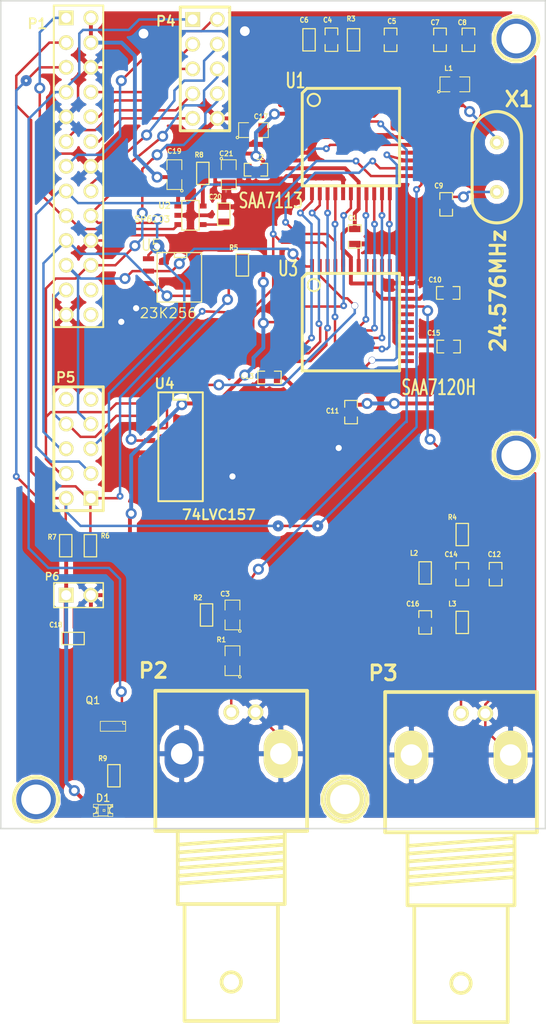
<source format=kicad_pcb>
(kicad_pcb (version 4) (host pcbnew 4.0.7)
  (title_block (title VBIT-Pi))
  (layers (0 F.Cu signal) (31 B.Cu signal hide) (34 B.Paste user) (35 F.Paste user) (36 B.SilkS user) (37 F.SilkS user) (38 B.Mask user) (39 F.Mask user) (44 Edge.Cuts user))
  (net 0 "")
  (net 1 +3.3V)
  (net 2 "/3V3 Regulated")
  (net 3 /DVID0)
  (net 4 /DVID1)
  (net 5 /DVID2)
  (net 6 /DVID3)
  (net 7 /DVID4)
  (net 8 /DVID5)
  (net 9 /DVID6)
  (net 10 /DVID7)
  (net 11 /LLC)
  (net 12 /RTC)
  (net 13 "3V3 Power")
  (net 14 "5V Power")
  (net 15 CS)
  (net 16 FLD)
  (net 17 GND)
  (net 18 GPIO14)
  (net 19 GPIO15)
  (net 20 GPIO17)
  (net 21 GPIO18)
  (net 22 GPIO21)
  (net 23 GPIO23)
  (net 24 LED)
  (net 25 MISO)
  (net 26 MOSI)
  (net 27 MUX)
  (net 28 N-0000015)
  (net 29 N-0000019)
  (net 30 N-0000028)
  (net 31 N-0000038)
  (net 32 N-000004)
  (net 33 N-0000053)
  (net 34 N-0000054)
  (net 35 N-0000057)
  (net 36 N-0000061)
  (net 37 N-0000062)
  (net 38 N-0000067)
  (net 39 N-0000068)
  (net 40 N-000007)
  (net 41 N-0000073)
  (net 42 N-0000074)
  (net 43 N-0000076)
  (net 44 N-0000077)
  (net 45 N-0000078)
  (net 46 SCL)
  (net 47 SCLK)
  (net 48 SDA)
  (net 49 TTXRQ)
  (module TQFP44 (layer F.Cu) (at 136 114)
    (fp_text reference U1 (at -5.698 -5.796) (layer F.SilkS) (effects (font (size 1.524 1.016) (thickness 0.2032))))
    (fp_text value SAA7113 (at -8.238 6.523) (layer F.SilkS) (effects (font (size 1.524 1.016) (thickness 0.2032))))
    (pad 39 smd rect (at 0 -5.715) (size 0.4064 1.524) (layers F.Cu F.Paste F.Mask))
    (pad 40 smd rect (at -0.8001 -5.715) (size 0.4064 1.524) (layers F.Cu F.Paste F.Mask) (net 29 N-0000019))
    (pad 41 smd rect (at -1.6002 -5.715) (size 0.4064 1.524) (layers F.Cu F.Paste F.Mask) (net 17 GND))
    (pad 42 smd rect (at -2.4003 -5.715) (size 0.4064 1.524) (layers F.Cu F.Paste F.Mask) (net 1 +3.3V))
    (pad 43 smd rect (at -3.2004 -5.715) (size 0.4064 1.524) (layers F.Cu F.Paste F.Mask))
    (pad 44 smd rect (at -4.0005 -5.715) (size 0.4064 1.524) (layers F.Cu F.Paste F.Mask) (net 39 N-0000068))
    (pad 38 smd rect (at 0.8001 -5.715) (size 0.4064 1.524) (layers F.Cu F.Paste F.Mask))
    (pad 37 smd rect (at 1.6002 -5.715) (size 0.4064 1.524) (layers F.Cu F.Paste F.Mask) (net 17 GND))
    (pad 36 smd rect (at 2.4003 -5.715) (size 0.4064 1.524) (layers F.Cu F.Paste F.Mask))
    (pad 35 smd rect (at 3.2004 -5.715) (size 0.4064 1.524) (layers F.Cu F.Paste F.Mask) (net 17 GND))
    (pad 34 smd rect (at 4.0005 -5.715) (size 0.4064 1.524) (layers F.Cu F.Paste F.Mask) (net 1 +3.3V))
    (pad 17 smd rect (at 0 5.715) (size 0.4064 1.524) (layers F.Cu F.Paste F.Mask) (net 11 /LLC))
    (pad 16 smd rect (at -0.8001 5.715) (size 0.4064 1.524) (layers F.Cu F.Paste F.Mask) (net 17 GND))
    (pad 15 smd rect (at -1.6002 5.715) (size 0.4064 1.524) (layers F.Cu F.Paste F.Mask) (net 7 /DVID4))
    (pad 14 smd rect (at -2.4003 5.715) (size 0.4064 1.524) (layers F.Cu F.Paste F.Mask) (net 8 /DVID5))
    (pad 13 smd rect (at -3.2004 5.715) (size 0.4064 1.524) (layers F.Cu F.Paste F.Mask) (net 9 /DVID6))
    (pad 12 smd rect (at -4.0005 5.715) (size 0.4064 1.524) (layers F.Cu F.Paste F.Mask) (net 10 /DVID7))
    (pad 18 smd rect (at 0.8001 5.715) (size 0.4064 1.524) (layers F.Cu F.Paste F.Mask) (net 1 +3.3V))
    (pad 19 smd rect (at 1.6002 5.715) (size 0.4064 1.524) (layers F.Cu F.Paste F.Mask) (net 6 /DVID3))
    (pad 20 smd rect (at 2.4003 5.715) (size 0.4064 1.524) (layers F.Cu F.Paste F.Mask) (net 5 /DVID2))
    (pad 21 smd rect (at 3.2004 5.715) (size 0.4064 1.524) (layers F.Cu F.Paste F.Mask) (net 4 /DVID1))
    (pad 22 smd rect (at 4.0005 5.715) (size 0.4064 1.524) (layers F.Cu F.Paste F.Mask) (net 3 /DVID0))
    (pad 6 smd rect (at -5.715 0) (size 1.524 0.4064) (layers F.Cu F.Paste F.Mask) (net 17 GND))
    (pad 28 smd rect (at 5.715 0) (size 1.524 0.4064) (layers F.Cu F.Paste F.Mask) (net 17 GND))
    (pad 7 smd rect (at -5.715 0.8001) (size 1.524 0.4064) (layers F.Cu F.Paste F.Mask))
    (pad 27 smd rect (at 5.715 0.8001) (size 1.524 0.4064) (layers F.Cu F.Paste F.Mask) (net 16 FLD))
    (pad 26 smd rect (at 5.715 1.6002) (size 1.524 0.4064) (layers F.Cu F.Paste F.Mask))
    (pad 8 smd rect (at -5.715 1.6002) (size 1.524 0.4064) (layers F.Cu F.Paste F.Mask) (net 17 GND))
    (pad 9 smd rect (at -5.715 2.4003) (size 1.524 0.4064) (layers F.Cu F.Paste F.Mask))
    (pad 25 smd rect (at 5.715 2.4003) (size 1.524 0.4064) (layers F.Cu F.Paste F.Mask) (net 12 /RTC))
    (pad 24 smd rect (at 5.715 3.2004) (size 1.524 0.4064) (layers F.Cu F.Paste F.Mask) (net 46 SCL))
    (pad 10 smd rect (at -5.715 3.2004) (size 1.524 0.4064) (layers F.Cu F.Paste F.Mask) (net 1 +3.3V))
    (pad 11 smd rect (at -5.715 4.0005) (size 1.524 0.4064) (layers F.Cu F.Paste F.Mask) (net 17 GND))
    (pad 23 smd rect (at 5.715 4.0005) (size 1.524 0.4064) (layers F.Cu F.Paste F.Mask) (net 48 SDA))
    (pad 29 smd rect (at 5.715 -0.8001) (size 1.524 0.4064) (layers F.Cu F.Paste F.Mask) (net 1 +3.3V))
    (pad 5 smd rect (at -5.715 -0.8001) (size 1.524 0.4064) (layers F.Cu F.Paste F.Mask) (net 33 N-0000053))
    (pad 4 smd rect (at -5.715 -1.6002) (size 1.524 0.4064) (layers F.Cu F.Paste F.Mask) (net 28 N-0000015))
    (pad 30 smd rect (at 5.715 -1.6002) (size 1.524 0.4064) (layers F.Cu F.Paste F.Mask) (net 17 GND))
    (pad 31 smd rect (at 5.715 -2.4003) (size 1.524 0.4064) (layers F.Cu F.Paste F.Mask) (net 43 N-0000076))
    (pad 3 smd rect (at -5.715 -2.4003) (size 1.524 0.4064) (layers F.Cu F.Paste F.Mask) (net 1 +3.3V))
    (pad 2 smd rect (at -5.715 -3.2004) (size 1.524 0.4064) (layers F.Cu F.Paste F.Mask) (net 17 GND))
    (pad 32 smd rect (at 5.715 -3.2004) (size 1.524 0.4064) (layers F.Cu F.Paste F.Mask) (net 41 N-0000073))
    (pad 33 smd rect (at 5.715 -4.0005) (size 1.524 0.4064) (layers F.Cu F.Paste F.Mask) (net 1 +3.3V))
    (pad 1 smd rect (at -5.715 -4.0005) (size 1.524 0.4064) (layers F.Cu F.Paste F.Mask))
  )
  (module TQFP44 (layer F.Cu) (at 136 133)
    (fp_text reference U3 (at -6.46 -5.492) (layer F.SilkS) (effects (font (size 1.524 1.016) (thickness 0.2032))))
    (fp_text value SAA7120H (at 9.034 6.7) (layer F.SilkS) (effects (font (size 1.524 1.016) (thickness 0.2032))))
    (pad 39 smd rect (at 0 -5.715) (size 0.4064 1.524) (layers F.Cu F.Paste F.Mask) (net 1 +3.3V))
    (pad 40 smd rect (at -0.8001 -5.715) (size 0.4064 1.524) (layers F.Cu F.Paste F.Mask) (net 1 +3.3V))
    (pad 41 smd rect (at -1.6002 -5.715) (size 0.4064 1.524) (layers F.Cu F.Paste F.Mask) (net 46 SCL))
    (pad 42 smd rect (at -2.4003 -5.715) (size 0.4064 1.524) (layers F.Cu F.Paste F.Mask) (net 48 SDA))
    (pad 43 smd rect (at -3.2004 -5.715) (size 0.4064 1.524) (layers F.Cu F.Paste F.Mask) (net 49 TTXRQ))
    (pad 44 smd rect (at -4.0005 -5.715) (size 0.4064 1.524) (layers F.Cu F.Paste F.Mask) (net 25 MISO))
    (pad 38 smd rect (at 0.8001 -5.715) (size 0.4064 1.524) (layers F.Cu F.Paste F.Mask) (net 17 GND))
    (pad 37 smd rect (at 1.6002 -5.715) (size 0.4064 1.524) (layers F.Cu F.Paste F.Mask))
    (pad 36 smd rect (at 2.4003 -5.715) (size 0.4064 1.524) (layers F.Cu F.Paste F.Mask) (net 1 +3.3V))
    (pad 35 smd rect (at 3.2004 -5.715) (size 0.4064 1.524) (layers F.Cu F.Paste F.Mask) (net 17 GND))
    (pad 34 smd rect (at 4.0005 -5.715) (size 0.4064 1.524) (layers F.Cu F.Paste F.Mask))
    (pad 17 smd rect (at 0 5.715) (size 0.4064 1.524) (layers F.Cu F.Paste F.Mask) (net 1 +3.3V))
    (pad 16 smd rect (at -0.8001 5.715) (size 0.4064 1.524) (layers F.Cu F.Paste F.Mask) (net 3 /DVID0))
    (pad 15 smd rect (at -1.6002 5.715) (size 0.4064 1.524) (layers F.Cu F.Paste F.Mask) (net 4 /DVID1))
    (pad 14 smd rect (at -2.4003 5.715) (size 0.4064 1.524) (layers F.Cu F.Paste F.Mask) (net 5 /DVID2))
    (pad 13 smd rect (at -3.2004 5.715) (size 0.4064 1.524) (layers F.Cu F.Paste F.Mask) (net 6 /DVID3))
    (pad 12 smd rect (at -4.0005 5.715) (size 0.4064 1.524) (layers F.Cu F.Paste F.Mask) (net 7 /DVID4))
    (pad 18 smd rect (at 0.8001 5.715) (size 0.4064 1.524) (layers F.Cu F.Paste F.Mask) (net 17 GND))
    (pad 19 smd rect (at 1.6002 5.715) (size 0.4064 1.524) (layers F.Cu F.Paste F.Mask) (net 12 /RTC))
    (pad 20 smd rect (at 2.4003 5.715) (size 0.4064 1.524) (layers F.Cu F.Paste F.Mask))
    (pad 21 smd rect (at 3.2004 5.715) (size 0.4064 1.524) (layers F.Cu F.Paste F.Mask) (net 17 GND))
    (pad 22 smd rect (at 4.0005 5.715) (size 0.4064 1.524) (layers F.Cu F.Paste F.Mask))
    (pad 6 smd rect (at -5.715 0) (size 1.524 0.4064) (layers F.Cu F.Paste F.Mask) (net 1 +3.3V))
    (pad 28 smd rect (at 5.715 0) (size 1.524 0.4064) (layers F.Cu F.Paste F.Mask) (net 1 +3.3V))
    (pad 7 smd rect (at -5.715 0.8001) (size 1.524 0.4064) (layers F.Cu F.Paste F.Mask))
    (pad 27 smd rect (at 5.715 0.8001) (size 1.524 0.4064) (layers F.Cu F.Paste F.Mask))
    (pad 26 smd rect (at 5.715 1.6002) (size 1.524 0.4064) (layers F.Cu F.Paste F.Mask))
    (pad 8 smd rect (at -5.715 1.6002) (size 1.524 0.4064) (layers F.Cu F.Paste F.Mask))
    (pad 9 smd rect (at -5.715 2.4003) (size 1.524 0.4064) (layers F.Cu F.Paste F.Mask) (net 10 /DVID7))
    (pad 25 smd rect (at 5.715 2.4003) (size 1.524 0.4064) (layers F.Cu F.Paste F.Mask) (net 1 +3.3V))
    (pad 24 smd rect (at 5.715 3.2004) (size 1.524 0.4064) (layers F.Cu F.Paste F.Mask))
    (pad 10 smd rect (at -5.715 3.2004) (size 1.524 0.4064) (layers F.Cu F.Paste F.Mask) (net 9 /DVID6))
    (pad 11 smd rect (at -5.715 4.0005) (size 1.524 0.4064) (layers F.Cu F.Paste F.Mask) (net 8 /DVID5))
    (pad 23 smd rect (at 5.715 4.0005) (size 1.524 0.4064) (layers F.Cu F.Paste F.Mask))
    (pad 29 smd rect (at 5.715 -0.8001) (size 1.524 0.4064) (layers F.Cu F.Paste F.Mask))
    (pad 5 smd rect (at -5.715 -0.8001) (size 1.524 0.4064) (layers F.Cu F.Paste F.Mask) (net 17 GND))
    (pad 4 smd rect (at -5.715 -1.6002) (size 1.524 0.4064) (layers F.Cu F.Paste F.Mask) (net 11 /LLC))
    (pad 30 smd rect (at 5.715 -1.6002) (size 1.524 0.4064) (layers F.Cu F.Paste F.Mask) (net 32 N-000004))
    (pad 31 smd rect (at 5.715 -2.4003) (size 1.524 0.4064) (layers F.Cu F.Paste F.Mask) (net 1 +3.3V))
    (pad 3 smd rect (at -5.715 -2.4003) (size 1.524 0.4064) (layers F.Cu F.Paste F.Mask) (net 17 GND))
    (pad 2 smd rect (at -5.715 -3.2004) (size 1.524 0.4064) (layers F.Cu F.Paste F.Mask) (net 17 GND))
    (pad 32 smd rect (at 5.715 -3.2004) (size 1.524 0.4064) (layers F.Cu F.Paste F.Mask) (net 17 GND))
    (pad 33 smd rect (at 5.715 -4.0005) (size 1.524 0.4064) (layers F.Cu F.Paste F.Mask) (net 17 GND))
    (pad 1 smd rect (at -5.715 -4.0005) (size 1.524 0.4064) (layers F.Cu F.Paste F.Mask))
  )
  (module SOT23-5 (layer F.Cu) (at 119.508 122.032 270)
    (fp_text reference U2 (at -1.001 2.668 360) (layer F.SilkS) (effects (font (size 0.635 0.635) (thickness 0.127))))
    (fp_text value SP6203 (at 0.396 3.938 360) (layer F.SilkS) (effects (font (size 0.635 0.635) (thickness 0.127))))
    (pad 1 smd rect (at -0.9525 1.27 270) (size 0.508 0.762) (layers F.Cu F.Paste F.Mask) (net 14 "5V Power"))
    (pad 3 smd rect (at 0.9525 1.27 270) (size 0.508 0.762) (layers F.Cu F.Paste F.Mask) (net 13 "3V3 Power"))
    (pad 5 smd rect (at -0.9525 -1.27 270) (size 0.508 0.762) (layers F.Cu F.Paste F.Mask) (net 2 "/3V3 Regulated"))
    (pad 2 smd rect (at 0 1.27 270) (size 0.508 0.762) (layers F.Cu F.Paste F.Mask) (net 17 GND))
    (pad 4 smd rect (at 0.9525 -1.27 270) (size 0.508 0.762) (layers F.Cu F.Paste F.Mask) (net 30 N-0000028))
  )
  (module SOT23 (layer F.Cu) (at 111.506 174.498 180)
    (fp_text reference Q1 (at 2.032 2.667 180) (layer F.SilkS) (effects (font (size 0.762 0.762) (thickness 0.11938))))
    (fp_text value DTC143E hide)
    (pad 3 smd rect (at 0 -1.09982 180) (size 0.8001 1.00076) (layers F.Cu F.Paste F.Mask) (net 34 N-0000054))
    (pad 2 smd rect (at 0.9525 1.09982 180) (size 0.8001 1.00076) (layers F.Cu F.Paste F.Mask) (net 17 GND))
    (pad 1 smd rect (at -0.9525 1.09982 180) (size 0.8001 1.00076) (layers F.Cu F.Paste F.Mask) (net 24 LED))
  )
  (module SO8N (layer F.Cu) (at 118.364 128.397 270)
    (fp_text reference U5 (at -3.302 2.921 360) (layer F.SilkS) (effects (font (size 1.143 1.016) (thickness 0.127))))
    (fp_text value 23K256 (at 3.683 1.143 360) (layer F.SilkS) (effects (font (size 1.016 1.016) (thickness 0.127))))
    (pad 8 smd rect (at -1.905 -3.175 270) (size 0.508 1.143) (layers F.Cu F.Paste F.Mask) (net 1 +3.3V))
    (pad 7 smd rect (at -0.635 -3.175 270) (size 0.508 1.143) (layers F.Cu F.Paste F.Mask) (net 31 N-0000038))
    (pad 6 smd rect (at 0.635 -3.175 270) (size 0.508 1.143) (layers F.Cu F.Paste F.Mask) (net 40 N-000007))
    (pad 5 smd rect (at 1.905 -3.175 270) (size 0.508 1.143) (layers F.Cu F.Paste F.Mask) (net 26 MOSI))
    (pad 4 smd rect (at 1.905 3.175 270) (size 0.508 1.143) (layers F.Cu F.Paste F.Mask) (net 17 GND))
    (pad 3 smd rect (at 0.635 3.175 270) (size 0.508 1.143) (layers F.Cu F.Paste F.Mask))
    (pad 2 smd rect (at -0.635 3.175 270) (size 0.508 1.143) (layers F.Cu F.Paste F.Mask) (net 25 MISO))
    (pad 1 smd rect (at -1.905 3.175 270) (size 0.508 1.143) (layers F.Cu F.Paste F.Mask) (net 15 CS))
  )
  (module SM0805 (layer F.Cu) (at 125.984 113.284)
    (fp_text reference C17 (at 0.762 -1.397) (layer F.SilkS) (effects (font (size 0.50038 0.50038) (thickness 0.10922))))
    (fp_text value 47nF hide)
    (pad 1 smd rect (at -0.9525 0) (size 0.889 1.397) (layers F.Cu F.Paste F.Mask) (net 17 GND))
    (pad 2 smd rect (at 0.9525 0) (size 0.889 1.397) (layers F.Cu F.Paste F.Mask) (net 33 N-0000053))
  )
  (module SM0603_Capa (layer F.Cu) (at 134 104 90)
    (fp_text reference C4 (at 2.019 -0.396 180) (layer F.SilkS) (effects (font (size 0.508 0.4572) (thickness 0.1143))))
    (fp_text value 100nF hide)
    (pad 1 smd rect (at -0.762 0 90) (size 0.635 1.143) (layers F.Cu F.Paste F.Mask) (net 1 +3.3V))
    (pad 2 smd rect (at 0.762 0 90) (size 0.635 1.143) (layers F.Cu F.Paste F.Mask) (net 17 GND))
  )
  (module SM0603_Capa (layer F.Cu) (at 126.238 117.348 180)
    (fp_text reference C2 (at -0.381 1.27 180) (layer F.SilkS) (effects (font (size 0.508 0.4572) (thickness 0.1143))))
    (fp_text value 100nF hide)
    (pad 1 smd rect (at -0.762 0 180) (size 0.635 1.143) (layers F.Cu F.Paste F.Mask) (net 1 +3.3V))
    (pad 2 smd rect (at 0.762 0 180) (size 0.635 1.143) (layers F.Cu F.Paste F.Mask) (net 17 GND))
  )
  (module SM0603_Capa (layer F.Cu) (at 136.398 124.206 270)
    (fp_text reference C1 (at -1.905 0.254 360) (layer F.SilkS) (effects (font (size 0.508 0.4572) (thickness 0.1143))))
    (fp_text value 100nF hide)
    (pad 1 smd rect (at -0.762 0 270) (size 0.635 1.143) (layers F.Cu F.Paste F.Mask) (net 1 +3.3V))
    (pad 2 smd rect (at 0.762 0 270) (size 0.635 1.143) (layers F.Cu F.Paste F.Mask) (net 17 GND))
  )
  (module SM0603_Capa (layer F.Cu) (at 146.05 135.509)
    (fp_text reference C15 (at -1.524 -1.397) (layer F.SilkS) (effects (font (size 0.508 0.4572) (thickness 0.1143))))
    (fp_text value 100nF hide)
    (pad 1 smd rect (at -0.762 0) (size 0.635 1.143) (layers F.Cu F.Paste F.Mask) (net 1 +3.3V))
    (pad 2 smd rect (at 0.762 0) (size 0.635 1.143) (layers F.Cu F.Paste F.Mask) (net 17 GND))
  )
  (module SM0603_Capa (layer F.Cu) (at 127.635 138.684 180)
    (fp_text reference C13 (at 2.286 0.127 180) (layer F.SilkS) (effects (font (size 0.508 0.4572) (thickness 0.1143))))
    (fp_text value 100nF hide)
    (pad 1 smd rect (at -0.762 0 180) (size 0.635 1.143) (layers F.Cu F.Paste F.Mask) (net 1 +3.3V))
    (pad 2 smd rect (at 0.762 0 180) (size 0.635 1.143) (layers F.Cu F.Paste F.Mask) (net 17 GND))
  )
  (module SM0603_Capa (layer F.Cu) (at 136.017 142.24 270)
    (fp_text reference C11 (at -0.127 1.905 360) (layer F.SilkS) (effects (font (size 0.508 0.4572) (thickness 0.1143))))
    (fp_text value 100nF hide)
    (pad 1 smd rect (at -0.762 0 270) (size 0.635 1.143) (layers F.Cu F.Paste F.Mask) (net 1 +3.3V))
    (pad 2 smd rect (at 0.762 0 270) (size 0.635 1.143) (layers F.Cu F.Paste F.Mask) (net 17 GND))
  )
  (module SM0603_Capa (layer F.Cu) (at 146 130)
    (fp_text reference C10 (at -1.347 -1.349) (layer F.SilkS) (effects (font (size 0.508 0.4572) (thickness 0.1143))))
    (fp_text value 100nF hide)
    (pad 1 smd rect (at -0.762 0) (size 0.635 1.143) (layers F.Cu F.Paste F.Mask) (net 1 +3.3V))
    (pad 2 smd rect (at 0.762 0) (size 0.635 1.143) (layers F.Cu F.Paste F.Mask) (net 17 GND))
  )
  (module SM0603_Capa (layer F.Cu) (at 140.081 104.013 90)
    (fp_text reference C5 (at 1.905 0.127 180) (layer F.SilkS) (effects (font (size 0.508 0.4572) (thickness 0.1143))))
    (fp_text value 100nF hide)
    (pad 1 smd rect (at -0.762 0 90) (size 0.635 1.143) (layers F.Cu F.Paste F.Mask) (net 1 +3.3V))
    (pad 2 smd rect (at 0.762 0 90) (size 0.635 1.143) (layers F.Cu F.Paste F.Mask) (net 17 GND))
  )
  (module SM0603 (layer F.Cu) (at 106.68 155.956 90)
    (fp_text reference R7 (at 0.889 -1.397 180) (layer F.SilkS) (effects (font (size 0.508 0.4572) (thickness 0.1143))))
    (fp_text value 3k3 hide)
    (pad 1 smd rect (at -0.762 0 90) (size 0.635 1.143) (layers F.Cu F.Paste F.Mask) (net 1 +3.3V))
    (pad 2 smd rect (at 0.762 0 90) (size 0.635 1.143) (layers F.Cu F.Paste F.Mask) (net 46 SCL))
  )
  (module SM0603 (layer F.Cu) (at 109.22 155.956 90)
    (fp_text reference R6 (at 1.016 1.524 180) (layer F.SilkS) (effects (font (size 0.508 0.4572) (thickness 0.1143))))
    (fp_text value 3k3 hide)
    (pad 1 smd rect (at -0.762 0 90) (size 0.635 1.143) (layers F.Cu F.Paste F.Mask) (net 1 +3.3V))
    (pad 2 smd rect (at 0.762 0 90) (size 0.635 1.143) (layers F.Cu F.Paste F.Mask) (net 48 SDA))
  )
  (module SM0603 (layer F.Cu) (at 107.442 165.481)
    (fp_text reference C18 (at -1.778 -1.397) (layer F.SilkS) (effects (font (size 0.508 0.4572) (thickness 0.1143))))
    (fp_text value 100nF hide)
    (pad 1 smd rect (at -0.762 0) (size 0.635 1.143) (layers F.Cu F.Paste F.Mask) (net 1 +3.3V))
    (pad 2 smd rect (at 0.762 0) (size 0.635 1.143) (layers F.Cu F.Paste F.Mask) (net 17 GND))
  )
  (module SM0603 (layer F.Cu) (at 147.447 154.813 270)
    (fp_text reference R4 (at -1.778 1.016 360) (layer F.SilkS) (effects (font (size 0.508 0.4572) (thickness 0.1143))))
    (fp_text value 8R2 hide)
    (pad 1 smd rect (at -0.762 0 270) (size 0.635 1.143) (layers F.Cu F.Paste F.Mask) (net 32 N-000004))
    (pad 2 smd rect (at 0.762 0 270) (size 0.635 1.143) (layers F.Cu F.Paste F.Mask) (net 37 N-0000062))
  )
  (module SM0603 (layer F.Cu) (at 136.271 104.013 90)
    (fp_text reference R3 (at 2.159 -0.254 180) (layer F.SilkS) (effects (font (size 0.508 0.4572) (thickness 0.1143))))
    (fp_text value 1k hide)
    (pad 1 smd rect (at -0.762 0 90) (size 0.635 1.143) (layers F.Cu F.Paste F.Mask) (net 29 N-0000019))
    (pad 2 smd rect (at 0.762 0 90) (size 0.635 1.143) (layers F.Cu F.Paste F.Mask) (net 1 +3.3V))
  )
  (module SM0603 (layer F.Cu) (at 111.633 179.578 270)
    (fp_text reference R9 (at -1.778 1.143 360) (layer F.SilkS) (effects (font (size 0.508 0.4572) (thickness 0.1143))))
    (fp_text value 220R hide)
    (pad 1 smd rect (at -0.762 0 270) (size 0.635 1.143) (layers F.Cu F.Paste F.Mask) (net 34 N-0000054))
    (pad 2 smd rect (at 0.762 0 270) (size 0.635 1.143) (layers F.Cu F.Paste F.Mask) (net 35 N-0000057))
  )
  (module SM0603 (layer F.Cu) (at 122.936 121.92 90)
    (fp_text reference C20 (at 1.778 -0.889 180) (layer F.SilkS) (effects (font (size 0.508 0.4572) (thickness 0.1143))))
    (fp_text value 10nF hide)
    (pad 1 smd rect (at -0.762 0 90) (size 0.635 1.143) (layers F.Cu F.Paste F.Mask) (net 30 N-0000028))
    (pad 2 smd rect (at 0.762 0 90) (size 0.635 1.143) (layers F.Cu F.Paste F.Mask) (net 17 GND))
  )
  (module SM0603 (layer F.Cu) (at 121.158 163.068 90)
    (fp_text reference R2 (at 1.778 -0.889 180) (layer F.SilkS) (effects (font (size 0.508 0.4572) (thickness 0.1143))))
    (fp_text value 56R hide)
    (pad 1 smd rect (at -0.762 0 90) (size 0.635 1.143) (layers F.Cu F.Paste F.Mask) (net 45 N-0000078))
    (pad 2 smd rect (at 0.762 0 90) (size 0.635 1.143) (layers F.Cu F.Paste F.Mask) (net 17 GND))
  )
  (module SM0603 (layer F.Cu) (at 124.841 127.127 270)
    (fp_text reference R5 (at -1.778 0.889 360) (layer F.SilkS) (effects (font (size 0.508 0.4572) (thickness 0.1143))))
    (fp_text value 47k hide)
    (pad 1 smd rect (at -0.762 0 270) (size 0.635 1.143) (layers F.Cu F.Paste F.Mask) (net 1 +3.3V))
    (pad 2 smd rect (at 0.762 0 270) (size 0.635 1.143) (layers F.Cu F.Paste F.Mask) (net 31 N-0000038))
  )
  (module PIN_ARRAY_5x2 (layer F.Cu) (at 121 107 270)
    (fp_text reference P4 (at -4.892 4.033 360) (layer F.SilkS) (effects (font (size 1.016 1.016) (thickness 0.2032))))
    (fp_text value CONN_5X2 hide)
    (pad 1 thru_hole rect (at -5.08 1.27 270) (size 1.524 1.524) (drill 1.016) (layers *.Cu *.Mask F.SilkS) (net 24 LED))
    (pad 2 thru_hole circle (at -5.08 -1.27 270) (size 1.524 1.524) (drill 1.016) (layers *.Cu *.Mask F.SilkS) (net 22 GPIO21))
    (pad 3 thru_hole circle (at -2.54 1.27 270) (size 1.524 1.524) (drill 1.016) (layers *.Cu *.Mask F.SilkS) (net 18 GPIO14))
    (pad 4 thru_hole circle (at -2.54 -1.27 270) (size 1.524 1.524) (drill 1.016) (layers *.Cu *.Mask F.SilkS) (net 23 GPIO23))
    (pad 5 thru_hole circle (at 0 1.27 270) (size 1.524 1.524) (drill 1.016) (layers *.Cu *.Mask F.SilkS) (net 19 GPIO15))
    (pad 6 thru_hole circle (at 0 -1.27 270) (size 1.524 1.524) (drill 1.016) (layers *.Cu *.Mask F.SilkS) (net 15 CS))
    (pad 7 thru_hole circle (at 2.54 1.27 270) (size 1.524 1.524) (drill 1.016) (layers *.Cu *.Mask F.SilkS) (net 20 GPIO17))
    (pad 8 thru_hole circle (at 2.54 -1.27 270) (size 1.524 1.524) (drill 1.016) (layers *.Cu *.Mask F.SilkS) (net 27 MUX))
    (pad 9 thru_hole circle (at 5.08 1.27 270) (size 1.524 1.524) (drill 1.016) (layers *.Cu *.Mask F.SilkS) (net 21 GPIO18))
    (pad 10 thru_hole circle (at 5.08 -1.27 270) (size 1.524 1.524) (drill 1.016) (layers *.Cu *.Mask F.SilkS) (net 17 GND))
  )
  (module PIN_ARRAY_5x2 (layer F.Cu) (at 108 146 90)
    (fp_text reference P5 (at 7.316 -1.32 180) (layer F.SilkS) (effects (font (size 1.016 1.016) (thickness 0.2032))))
    (fp_text value CONN_5X2 hide)
    (pad 1 thru_hole rect (at -5.08 1.27 90) (size 1.524 1.524) (drill 1.016) (layers *.Cu *.Mask F.SilkS) (net 48 SDA))
    (pad 2 thru_hole circle (at -5.08 -1.27 90) (size 1.524 1.524) (drill 1.016) (layers *.Cu *.Mask F.SilkS) (net 46 SCL))
    (pad 3 thru_hole circle (at -2.54 1.27 90) (size 1.524 1.524) (drill 1.016) (layers *.Cu *.Mask F.SilkS) (net 16 FLD))
    (pad 4 thru_hole circle (at -2.54 -1.27 90) (size 1.524 1.524) (drill 1.016) (layers *.Cu *.Mask F.SilkS) (net 27 MUX))
    (pad 5 thru_hole circle (at 0 1.27 90) (size 1.524 1.524) (drill 1.016) (layers *.Cu *.Mask F.SilkS) (net 15 CS))
    (pad 6 thru_hole circle (at 0 -1.27 90) (size 1.524 1.524) (drill 1.016) (layers *.Cu *.Mask F.SilkS) (net 26 MOSI))
    (pad 7 thru_hole circle (at 2.54 1.27 90) (size 1.524 1.524) (drill 1.016) (layers *.Cu *.Mask F.SilkS) (net 25 MISO))
    (pad 8 thru_hole circle (at 2.54 -1.27 90) (size 1.524 1.524) (drill 1.016) (layers *.Cu *.Mask F.SilkS) (net 47 SCLK))
    (pad 9 thru_hole circle (at 5.08 1.27 90) (size 1.524 1.524) (drill 1.016) (layers *.Cu *.Mask F.SilkS))
    (pad 10 thru_hole circle (at 5.08 -1.27 90) (size 1.524 1.524) (drill 1.016) (layers *.Cu *.Mask F.SilkS))
  )
  (module PIN_ARRAY_2X1 (layer F.Cu) (at 108 161.036)
    (fp_text reference P6 (at -2.717 -1.905) (layer F.SilkS) (effects (font (size 0.762 0.762) (thickness 0.1524))))
    (fp_text value CONN_2 hide)
    (pad 1 thru_hole rect (at -1.27 0) (size 1.524 1.524) (drill 1.016) (layers *.Cu *.Mask F.SilkS) (net 1 +3.3V))
    (pad 2 thru_hole circle (at 1.27 0) (size 1.524 1.524) (drill 1.016) (layers *.Cu *.Mask F.SilkS) (net 17 GND))
  )
  (module pin_array_13x2 (layer F.Cu) (at 108 117 270)
    (fp_text reference P1 (at -14.638 4.241 360) (layer F.SilkS) (effects (font (size 1.016 1.016) (thickness 0.2032))))
    (fp_text value CONN_13X2 hide)
    (pad 1 thru_hole rect (at -15.24 1.27 270) (size 1.524 1.524) (drill 1.016) (layers *.Cu *.Mask F.SilkS) (net 13 "3V3 Power"))
    (pad 2 thru_hole circle (at -15.24 -1.27 270) (size 1.524 1.524) (drill 1.016) (layers *.Cu *.Mask F.SilkS) (net 14 "5V Power"))
    (pad 3 thru_hole circle (at -12.7 1.27 270) (size 1.524 1.524) (drill 1.016) (layers *.Cu *.Mask F.SilkS) (net 48 SDA))
    (pad 4 thru_hole circle (at -12.7 -1.27 270) (size 1.524 1.524) (drill 1.016) (layers *.Cu *.Mask F.SilkS) (net 14 "5V Power"))
    (pad 5 thru_hole circle (at -10.16 1.27 270) (size 1.524 1.524) (drill 1.016) (layers *.Cu *.Mask F.SilkS) (net 46 SCL))
    (pad 6 thru_hole circle (at -10.16 -1.27 270) (size 1.524 1.524) (drill 1.016) (layers *.Cu *.Mask F.SilkS) (net 17 GND))
    (pad 7 thru_hole circle (at -7.62 1.27 270) (size 1.524 1.524) (drill 1.016) (layers *.Cu *.Mask F.SilkS) (net 24 LED))
    (pad 8 thru_hole circle (at -7.62 -1.27 270) (size 1.524 1.524) (drill 1.016) (layers *.Cu *.Mask F.SilkS) (net 18 GPIO14))
    (pad 9 thru_hole circle (at -5.08 1.27 270) (size 1.524 1.524) (drill 1.016) (layers *.Cu *.Mask F.SilkS) (net 17 GND))
    (pad 10 thru_hole circle (at -5.08 -1.27 270) (size 1.524 1.524) (drill 1.016) (layers *.Cu *.Mask F.SilkS) (net 19 GPIO15))
    (pad 11 thru_hole circle (at -2.54 1.27 270) (size 1.524 1.524) (drill 1.016) (layers *.Cu *.Mask F.SilkS) (net 20 GPIO17))
    (pad 12 thru_hole circle (at -2.54 -1.27 270) (size 1.524 1.524) (drill 1.016) (layers *.Cu *.Mask F.SilkS) (net 21 GPIO18))
    (pad 13 thru_hole circle (at 0 1.27 270) (size 1.524 1.524) (drill 1.016) (layers *.Cu *.Mask F.SilkS) (net 22 GPIO21))
    (pad 14 thru_hole circle (at 0 -1.27 270) (size 1.524 1.524) (drill 1.016) (layers *.Cu *.Mask F.SilkS) (net 17 GND))
    (pad 15 thru_hole circle (at 2.54 1.27 270) (size 1.524 1.524) (drill 1.016) (layers *.Cu *.Mask F.SilkS) (net 16 FLD))
    (pad 16 thru_hole circle (at 2.54 -1.27 270) (size 1.524 1.524) (drill 1.016) (layers *.Cu *.Mask F.SilkS) (net 23 GPIO23))
    (pad 17 thru_hole circle (at 5.08 1.27 270) (size 1.524 1.524) (drill 1.016) (layers *.Cu *.Mask F.SilkS) (net 13 "3V3 Power"))
    (pad 18 thru_hole circle (at 5.08 -1.27 270) (size 1.524 1.524) (drill 1.016) (layers *.Cu *.Mask F.SilkS) (net 15 CS))
    (pad 19 thru_hole circle (at 7.62 1.27 270) (size 1.524 1.524) (drill 1.016) (layers *.Cu *.Mask F.SilkS) (net 26 MOSI))
    (pad 20 thru_hole circle (at 7.62 -1.27 270) (size 1.524 1.524) (drill 1.016) (layers *.Cu *.Mask F.SilkS) (net 17 GND))
    (pad 21 thru_hole circle (at 10.16 1.27 270) (size 1.524 1.524) (drill 1.016) (layers *.Cu *.Mask F.SilkS) (net 25 MISO))
    (pad 22 thru_hole circle (at 10.16 -1.27 270) (size 1.524 1.524) (drill 1.016) (layers *.Cu *.Mask F.SilkS) (net 27 MUX))
    (pad 23 thru_hole circle (at 12.7 1.27 270) (size 1.524 1.524) (drill 1.016) (layers *.Cu *.Mask F.SilkS) (net 47 SCLK))
    (pad 24 thru_hole circle (at 12.7 -1.27 270) (size 1.524 1.524) (drill 1.016) (layers *.Cu *.Mask F.SilkS))
    (pad 25 thru_hole circle (at 15.24 1.27 270) (size 1.524 1.524) (drill 1.016) (layers *.Cu *.Mask F.SilkS) (net 17 GND))
    (pad 26 thru_hole circle (at 15.24 -1.27 270) (size 1.524 1.524) (drill 1.016) (layers *.Cu *.Mask F.SilkS))
  )
  (module LED-0805 (layer F.Cu) (at 110.52302 183.134)
    (fp_text reference D1 (at 0 -1.27) (layer F.SilkS) (effects (font (size 0.762 0.762) (thickness 0.127))))
    (fp_text value LED hide)
    (pad 1 smd rect (at -1.04902 0) (size 1.19888 1.19888) (layers F.Cu F.Paste F.Mask) (net 1 +3.3V))
    (pad 2 smd rect (at 1.04902 0) (size 1.19888 1.19888) (layers F.Cu F.Paste F.Mask) (net 35 N-0000057))
  )
  (module HC-49V (layer F.Cu) (at 151.003 117.094 90)
    (fp_text reference X1 (at 6.985 2.286 180) (layer F.SilkS) (effects (font (thickness 0.3048))))
    (fp_text value 24.576MHz (at -12.7 0.127 90) (layer F.SilkS) (effects (font (thickness 0.3048))))
    (pad 1 thru_hole circle (at -2.54 0 90) (size 1.4224 1.4224) (drill 0.762) (layers *.Cu *.Mask F.SilkS) (net 43 N-0000076))
    (pad 2 thru_hole circle (at 2.54 0 90) (size 1.4224 1.4224) (drill 0.762) (layers *.Cu *.Mask F.SilkS) (net 41 N-0000073))
  )
  (module BNC_Socket_TYCO-AMP_RevA_Date21Jun2010 (layer F.Cu) (at 147.32 178.181 180)
    (fp_text reference P3 (at 8.001 9.144 180) (layer F.SilkS) (effects (font (thickness 0.3048))))
    (fp_text value CONN_2 hide)
    (pad 2 thru_hole oval (at -5.09778 0.7366 180) (size 3.50012 5.00126) (drill 2.19964) (layers *.Cu *.Mask F.SilkS) (net 17 GND))
    (pad 2 thru_hole oval (at 5.10032 0.7366 180) (size 3.50012 5.00126) (drill 2.19964) (layers *.Cu *.Mask F.SilkS) (net 17 GND))
    (pad 1 thru_hole circle (at 0 5.00126 180) (size 1.6002 1.6002) (drill 1.00076) (layers *.Cu *.Mask F.SilkS) (net 36 N-0000061))
    (pad 2 thru_hole circle (at -2.49936 5.00126 180) (size 1.6002 1.6002) (drill 1.00076) (layers *.Cu *.Mask F.SilkS) (net 17 GND))
  )
  (module BNC_Socket_TYCO-AMP_RevA_Date21Jun2010 (layer F.Cu) (at 123.698 178.054 180)
    (fp_text reference P2 (at 8.001 9.271 180) (layer F.SilkS) (effects (font (thickness 0.3048))))
    (fp_text value CONN_2 hide)
    (pad 2 thru_hole oval (at -5.09778 0.7366 180) (size 3.50012 5.00126) (drill 2.19964) (layers *.Cu *.Mask F.SilkS) (net 17 GND))
    (pad 2 thru_hole oval (at 5.10032 0.7366 180) (size 3.50012 5.00126) (drill 2.19964) (layers *.Cu *.Mask) (net 17 GND))
    (pad 1 thru_hole circle (at 0 5.00126 180) (size 1.6002 1.6002) (drill 1.00076) (layers *.Cu *.Mask F.SilkS) (net 42 N-0000074))
    (pad 2 thru_hole circle (at -2.49936 5.00126 180) (size 1.6002 1.6002) (drill 1.00076) (layers *.Cu *.Mask F.SilkS) (net 17 GND))
  )
  (module SO16N (layer F.Cu) (at 118.491 145.796 270)
    (fp_text reference U4 (at -6.477 1.651 360) (layer F.SilkS) (effects (font (size 1.016 1.016) (thickness 0.2032))))
    (fp_text value 74LVC157 (at 6.985 -3.937 360) (layer F.SilkS) (effects (font (size 1.016 1.016) (thickness 0.2032))))
    (pad 16 smd rect (at -4.445 -3.175 270) (size 0.508 1.143) (layers F.Cu F.Paste F.Mask) (net 1 +3.3V))
    (pad 14 smd rect (at -1.905 -3.175 270) (size 0.508 1.143) (layers F.Cu F.Paste F.Mask) (net 17 GND))
    (pad 13 smd rect (at -0.635 -3.175 270) (size 0.508 1.143) (layers F.Cu F.Paste F.Mask) (net 17 GND))
    (pad 12 smd rect (at 0.635 -3.175 270) (size 0.508 1.143) (layers F.Cu F.Paste F.Mask))
    (pad 11 smd rect (at 1.905 -3.175 270) (size 0.508 1.143) (layers F.Cu F.Paste F.Mask) (net 17 GND))
    (pad 10 smd rect (at 3.175 -3.175 270) (size 0.508 1.143) (layers F.Cu F.Paste F.Mask) (net 17 GND))
    (pad 9 smd rect (at 4.445 -3.175 270) (size 0.508 1.143) (layers F.Cu F.Paste F.Mask))
    (pad 8 smd rect (at 4.445 3.175 270) (size 0.508 1.143) (layers F.Cu F.Paste F.Mask) (net 17 GND))
    (pad 7 smd rect (at 3.175 3.175 270) (size 0.508 1.143) (layers F.Cu F.Paste F.Mask))
    (pad 6 smd rect (at 1.905 3.175 270) (size 0.508 1.143) (layers F.Cu F.Paste F.Mask) (net 17 GND))
    (pad 5 smd rect (at 0.635 3.175 270) (size 0.508 1.143) (layers F.Cu F.Paste F.Mask) (net 17 GND))
    (pad 4 smd rect (at -0.635 3.175 270) (size 0.508 1.143) (layers F.Cu F.Paste F.Mask) (net 40 N-000007))
    (pad 3 smd rect (at -1.905 3.175 270) (size 0.508 1.143) (layers F.Cu F.Paste F.Mask) (net 49 TTXRQ))
    (pad 2 smd rect (at -3.175 3.175 270) (size 0.508 1.143) (layers F.Cu F.Paste F.Mask) (net 47 SCLK))
    (pad 1 smd rect (at -4.445 3.175 270) (size 0.508 1.143) (layers F.Cu F.Paste F.Mask) (net 27 MUX))
    (pad 15 smd rect (at -3.175 -3.175 270) (size 0.508 1.143) (layers F.Cu F.Paste F.Mask) (net 17 GND))
  )
  (module SM0603 (layer F.Cu) (at 143.637 158.75 270)
    (fp_text reference L2 (at -2.032 1.143 360) (layer F.SilkS) (effects (font (size 0.508 0.4572) (thickness 0.1143))))
    (fp_text value 2u7 hide)
    (pad 1 smd rect (at -0.762 0 270) (size 0.635 1.143) (layers F.Cu F.Paste F.Mask) (net 37 N-0000062))
    (pad 2 smd rect (at 0.762 0 270) (size 0.635 1.143) (layers F.Cu F.Paste F.Mask) (net 38 N-0000067))
  )
  (module SM0603 (layer F.Cu) (at 131.699 104.013 270)
    (fp_text reference C6 (at -2.032 0.508 360) (layer F.SilkS) (effects (font (size 0.508 0.4572) (thickness 0.1143))))
    (fp_text value 47nF hide)
    (pad 1 smd rect (at -0.762 0 270) (size 0.635 1.143) (layers F.Cu F.Paste F.Mask) (net 17 GND))
    (pad 2 smd rect (at 0.762 0 270) (size 0.635 1.143) (layers F.Cu F.Paste F.Mask) (net 39 N-0000068))
  )
  (module SM0805 (layer F.Cu) (at 123.825 163.068 90)
    (fp_text reference C3 (at 2.159 -0.762 180) (layer F.SilkS) (effects (font (size 0.50038 0.50038) (thickness 0.10922))))
    (fp_text value 47nF hide)
    (pad 1 smd rect (at -0.9525 0 90) (size 0.889 1.397) (layers F.Cu F.Paste F.Mask) (net 45 N-0000078))
    (pad 2 smd rect (at 0.9525 0 90) (size 0.889 1.397) (layers F.Cu F.Paste F.Mask) (net 28 N-0000015))
  )
  (module SM0805 (layer F.Cu) (at 123.825 167.767 90)
    (fp_text reference R1 (at 2.159 -1.143 180) (layer F.SilkS) (effects (font (size 0.50038 0.50038) (thickness 0.10922))))
    (fp_text value 18R hide)
    (pad 1 smd rect (at -0.9525 0 90) (size 0.889 1.397) (layers F.Cu F.Paste F.Mask) (net 42 N-0000074))
    (pad 2 smd rect (at 0.9525 0 90) (size 0.889 1.397) (layers F.Cu F.Paste F.Mask) (net 45 N-0000078))
  )
  (module SM0603 (layer F.Cu) (at 120.777 117.729 90)
    (fp_text reference R8 (at 1.905 -0.381 180) (layer F.SilkS) (effects (font (size 0.508 0.4572) (thickness 0.1143))))
    (fp_text value OR hide)
    (pad 1 smd rect (at -0.762 0 90) (size 0.635 1.143) (layers F.Cu F.Paste F.Mask) (net 2 "/3V3 Regulated"))
    (pad 2 smd rect (at 0.762 0 90) (size 0.635 1.143) (layers F.Cu F.Paste F.Mask) (net 1 +3.3V))
  )
  (module SM0603_Capa (layer F.Cu) (at 145.796 120.904 270)
    (fp_text reference C9 (at -1.905 0.762 360) (layer F.SilkS) (effects (font (size 0.508 0.4572) (thickness 0.1143))))
    (fp_text value 10pF hide)
    (pad 1 smd rect (at -0.762 0 270) (size 0.635 1.143) (layers F.Cu F.Paste F.Mask) (net 43 N-0000076))
    (pad 2 smd rect (at 0.762 0 270) (size 0.635 1.143) (layers F.Cu F.Paste F.Mask) (net 17 GND))
  )
  (module SM0603 (layer F.Cu) (at 147.447 163.83 270)
    (fp_text reference L3 (at -1.905 1.016 360) (layer F.SilkS) (effects (font (size 0.508 0.4572) (thickness 0.1143))))
    (fp_text value 2u7 hide)
    (pad 1 smd rect (at -0.762 0 270) (size 0.635 1.143) (layers F.Cu F.Paste F.Mask) (net 38 N-0000067))
    (pad 2 smd rect (at 0.762 0 270) (size 0.635 1.143) (layers F.Cu F.Paste F.Mask) (net 36 N-0000061))
  )
  (module SM0603_Capa (layer F.Cu) (at 150.876 158.877 270)
    (fp_text reference C12 (at -2.032 0.127 360) (layer F.SilkS) (effects (font (size 0.508 0.4572) (thickness 0.1143))))
    (fp_text value 390pF hide)
    (pad 1 smd rect (at -0.762 0 270) (size 0.635 1.143) (layers F.Cu F.Paste F.Mask) (net 37 N-0000062))
    (pad 2 smd rect (at 0.762 0 270) (size 0.635 1.143) (layers F.Cu F.Paste F.Mask) (net 17 GND))
  )
  (module SM0603_Capa (layer F.Cu) (at 147.447 158.877 270)
    (fp_text reference C14 (at -2.032 1.143 360) (layer F.SilkS) (effects (font (size 0.508 0.4572) (thickness 0.1143))))
    (fp_text value 120pF hide)
    (pad 1 smd rect (at -0.762 0 270) (size 0.635 1.143) (layers F.Cu F.Paste F.Mask) (net 37 N-0000062))
    (pad 2 smd rect (at 0.762 0 270) (size 0.635 1.143) (layers F.Cu F.Paste F.Mask) (net 38 N-0000067))
  )
  (module SM0603_Capa (layer F.Cu) (at 143.637 163.83 270)
    (fp_text reference C16 (at -1.905 1.27 360) (layer F.SilkS) (effects (font (size 0.508 0.4572) (thickness 0.1143))))
    (fp_text value 560pF hide)
    (pad 1 smd rect (at -0.762 0 270) (size 0.635 1.143) (layers F.Cu F.Paste F.Mask) (net 38 N-0000067))
    (pad 2 smd rect (at 0.762 0 270) (size 0.635 1.143) (layers F.Cu F.Paste F.Mask) (net 17 GND))
  )
  (module SM0603_Capa (layer F.Cu) (at 148.082 104.013 90)
    (fp_text reference C8 (at 1.778 -0.635 180) (layer F.SilkS) (effects (font (size 0.508 0.4572) (thickness 0.1143))))
    (fp_text value 10pF hide)
    (pad 1 smd rect (at -0.762 0 90) (size 0.635 1.143) (layers F.Cu F.Paste F.Mask) (net 41 N-0000073))
    (pad 2 smd rect (at 0.762 0 90) (size 0.635 1.143) (layers F.Cu F.Paste F.Mask) (net 17 GND))
  )
  (module SM0603_Capa (layer F.Cu) (at 145.161 104.013 90)
    (fp_text reference C7 (at 1.778 -0.508 180) (layer F.SilkS) (effects (font (size 0.508 0.4572) (thickness 0.1143))))
    (fp_text value 1nF hide)
    (pad 1 smd rect (at -0.762 0 90) (size 0.635 1.143) (layers F.Cu F.Paste F.Mask) (net 44 N-0000077))
    (pad 2 smd rect (at 0.762 0 90) (size 0.635 1.143) (layers F.Cu F.Paste F.Mask) (net 17 GND))
  )
  (module SM0805 (layer F.Cu) (at 146.685 108.585)
    (fp_text reference L1 (at -0.635 -1.651) (layer F.SilkS) (effects (font (size 0.50038 0.50038) (thickness 0.10922))))
    (fp_text value 10uH hide)
    (pad 1 smd rect (at -0.9525 0) (size 0.889 1.397) (layers F.Cu F.Paste F.Mask) (net 44 N-0000077))
    (pad 2 smd rect (at 0.9525 0) (size 0.889 1.397) (layers F.Cu F.Paste F.Mask) (net 41 N-0000073))
  )
  (module SM0805 (layer F.Cu) (at 117.856 117.856 90)
    (fp_text reference C19 (at 2.413 0 180) (layer F.SilkS) (effects (font (size 0.50038 0.50038) (thickness 0.10922))))
    (fp_text value 2u2 hide)
    (pad 1 smd rect (at -0.9525 0 90) (size 0.889 1.397) (layers F.Cu F.Paste F.Mask) (net 14 "5V Power"))
    (pad 2 smd rect (at 0.9525 0 90) (size 0.889 1.397) (layers F.Cu F.Paste F.Mask) (net 17 GND))
  )
  (module SM0805 (layer F.Cu) (at 123.444 117.856 270)
    (fp_text reference C21 (at -2.159 0.254 360) (layer F.SilkS) (effects (font (size 0.50038 0.50038) (thickness 0.10922))))
    (fp_text value 2u2 hide)
    (pad 1 smd rect (at -0.9525 0 270) (size 0.889 1.397) (layers F.Cu F.Paste F.Mask) (net 1 +3.3V))
    (pad 2 smd rect (at 0.9525 0 270) (size 0.889 1.397) (layers F.Cu F.Paste F.Mask) (net 17 GND))
  )
  (module 1pin (layer F.Cu) (at 103.632 182)
    (fp_text reference 1PIN hide)
    (fp_text value P*** hide)
    (pad 1 thru_hole circle (at 0 0) (size 4.064 4.064) (drill 3.048) (layers *.Cu *.Mask))
  )
  (module 1pin (layer F.Cu) (at 135.382 182)
    (fp_text reference 1PIN hide)
    (fp_text value P*** hide)
    (pad 1 thru_hole circle (at 0 0) (size 4.064 4.064) (drill 3.048) (layers *.Cu *.Mask F.SilkS))
  )
  (module 1pin (layer F.Cu) (at 153 103.886)
    (fp_text reference 1PIN hide)
    (fp_text value P*** hide)
    (pad 1 thru_hole circle (at 0 0) (size 4.064 4.064) (drill 3.048) (layers *.Cu *.Mask))
  )
  (module 1pin (layer F.Cu) (at 153 146.685)
    (fp_text reference 1PIN hide)
    (fp_text value P*** hide)
    (pad 1 thru_hole circle (at 0 0) (size 4.064 4.064) (drill 3.048) (layers *.Cu *.Mask))
  )
  (gr_line (start 156 100) (end 156 185) (angle 90) (layer Edge.Cuts) (width 0.15))
  (gr_line (start 100 185) (end 156 185) (angle 90) (layer Edge.Cuts) (width 0.15))
  (gr_line (start 100 100) (end 156 100) (angle 90) (layer Edge.Cuts) (width 0.15))
  (gr_line (start 100 100) (end 100 185) (angle 90) (layer Edge.Cuts) (width 0.15))
  (segment (start 152.9385 113.6015) (end 153 113.54) (width 0.254) (layer F.Cu) (net 0))
  (segment (start 121.666 141.351) (end 118.745 141.351) (width 0.4) (layer F.Cu) (net 1))
  (segment (start 112.141 156.718) (end 109.22 156.718) (width 0.4) (layer F.Cu) (net 1))
  (segment (start 113.284 155.575) (end 112.141 156.718) (width 0.4) (layer F.Cu) (net 1))
  (segment (start 113.284 152.781) (end 113.284 155.575) (width 0.4) (layer F.Cu) (net 1))
  (segment (start 113.411 152.654) (end 113.284 152.781) (width 0.4) (layer F.Cu) (net 1))
  (via (at 113.411 152.654) (size 1.135) (drill 0.635) (layers F.Cu B.Cu) (net 1))
  (segment (start 113.411 146.685) (end 113.411 152.654) (width 0.4) (layer B.Cu) (net 1))
  (segment (start 118.618 141.478) (end 113.411 146.685) (width 0.4) (layer B.Cu) (net 1))
  (via (at 118.618 141.478) (size 1.135) (drill 0.635) (layers F.Cu B.Cu) (net 1))
  (segment (start 118.745 141.351) (end 118.618 141.478) (width 0.4) (layer F.Cu) (net 1))
  (segment (start 109.474 183.134) (end 109.474 183.007) (width 0.4) (layer F.Cu) (net 1))
  (segment (start 106.73 180.263) (end 106.73 161.036) (width 0.4) (layer B.Cu) (net 1))
  (segment (start 107.569 181.102) (end 106.73 180.263) (width 0.4) (layer B.Cu) (net 1))
  (via (at 107.569 181.102) (size 1.135) (drill 0.635) (layers F.Cu B.Cu) (net 1))
  (segment (start 109.474 183.007) (end 107.569 181.102) (width 0.4) (layer F.Cu) (net 1))
  (segment (start 135.1999 127.285) (end 135.1999 125.5479) (width 0.4) (layer F.Cu) (net 1))
  (segment (start 106.68 165.481) (end 106.68 161.086) (width 0.4) (layer F.Cu) (net 1))
  (segment (start 106.68 161.086) (end 106.73 161.036) (width 0.4) (layer F.Cu) (net 1))
  (segment (start 136 138.715) (end 136 141.461) (width 0.4) (layer F.Cu) (net 1))
  (segment (start 129.159 138.684) (end 128.397 138.684) (width 0.4) (layer F.Cu) (net 1))
  (segment (start 130.937 140.462) (end 129.159 138.684) (width 0.4) (layer F.Cu) (net 1))
  (segment (start 135.001 140.462) (end 130.937 140.462) (width 0.4) (layer F.Cu) (net 1))
  (segment (start 136 141.461) (end 135.001 140.462) (width 0.4) (layer F.Cu) (net 1))
  (segment (start 136.017 141.478) (end 137.541 141.478) (width 0.4) (layer F.Cu) (net 1))
  (segment (start 145.288 140.589) (end 145.288 135.509) (width 0.4) (layer F.Cu) (net 1))
  (segment (start 144.526 141.351) (end 145.288 140.589) (width 0.4) (layer F.Cu) (net 1))
  (segment (start 140.462 141.351) (end 144.526 141.351) (width 0.4) (layer F.Cu) (net 1))
  (via (at 140.462 141.351) (size 1.135) (drill 0.635) (layers F.Cu B.Cu) (net 1))
  (segment (start 137.668 141.351) (end 140.462 141.351) (width 0.4) (layer B.Cu) (net 1))
  (via (at 137.668 141.351) (size 1.135) (drill 0.635) (layers F.Cu B.Cu) (net 1))
  (segment (start 137.541 141.478) (end 137.668 141.351) (width 0.4) (layer F.Cu) (net 1))
  (segment (start 141.715 135.4003) (end 145.1793 135.4003) (width 0.4) (layer F.Cu) (net 1))
  (segment (start 145.1793 135.4003) (end 145.288 135.509) (width 0.4) (layer F.Cu) (net 1))
  (segment (start 141.715 135.4003) (end 140.8613 135.4003) (width 0.4) (layer F.Cu) (net 1))
  (segment (start 140.462 135.001) (end 140.462 132.842) (width 0.4) (layer F.Cu) (net 1))
  (segment (start 140.8613 135.4003) (end 140.462 135.001) (width 0.4) (layer F.Cu) (net 1))
  (segment (start 141.715 133) (end 140.62 133) (width 0.4) (layer F.Cu) (net 1))
  (segment (start 140.462 132.842) (end 140.462 130.5997) (width 0.4) (layer F.Cu) (net 1))
  (segment (start 140.62 133) (end 140.462 132.842) (width 0.4) (layer F.Cu) (net 1))
  (segment (start 136 127.285) (end 136 129.015) (width 0.4) (layer F.Cu) (net 1))
  (segment (start 136.017 129.032) (end 138.4003 129.032) (width 0.4) (layer F.Cu) (net 1))
  (segment (start 136 129.015) (end 136.017 129.032) (width 0.4) (layer F.Cu) (net 1))
  (segment (start 141.715 130.5997) (end 140.462 130.5997) (width 0.4) (layer F.Cu) (net 1))
  (segment (start 140.462 130.5997) (end 139.1763 130.5997) (width 0.4) (layer F.Cu) (net 1))
  (segment (start 139.1763 130.5997) (end 138.4003 129.8237) (width 0.4) (layer F.Cu) (net 1))
  (segment (start 138.4003 129.8237) (end 138.4003 129.032) (width 0.4) (layer F.Cu) (net 1))
  (segment (start 138.4003 129.032) (end 138.4003 127.285) (width 0.4) (layer F.Cu) (net 1))
  (segment (start 133.5997 108.285) (end 133.5997 111.818798) (width 0.4) (layer F.Cu) (net 1))
  (segment (start 130.285 111.5997) (end 131.5387 111.5997) (width 0.4) (layer F.Cu) (net 1))
  (segment (start 131.5387 111.5997) (end 131.757798 111.818798) (width 0.4) (layer F.Cu) (net 1))
  (segment (start 131.757798 111.818798) (end 133.5997 111.818798) (width 0.4) (layer F.Cu) (net 1))
  (segment (start 140.1905 109.9995) (end 141.715 109.9995) (width 0.4) (layer F.Cu) (net 1))
  (segment (start 133.5997 111.818798) (end 138.371202 111.818798) (width 0.4) (layer F.Cu) (net 1))
  (segment (start 138.371202 111.818798) (end 140.1905 109.9995) (width 0.4) (layer F.Cu) (net 1))
  (segment (start 141.715 130.5997) (end 143.0853 130.5997) (width 0.4) (layer F.Cu) (net 1))
  (segment (start 143.685 130) (end 145.238 130) (width 0.4) (layer F.Cu) (net 1))
  (segment (start 143.0853 130.5997) (end 143.685 130) (width 0.4) (layer F.Cu) (net 1))
  (segment (start 136 127.285) (end 136 126.348) (width 0.4) (layer F.Cu) (net 1))
  (segment (start 136 126.348) (end 135.1999 125.5479) (width 0.4) (layer F.Cu) (net 1))
  (segment (start 135.1999 125.5479) (end 135.128 125.476) (width 0.4) (layer F.Cu) (net 1))
  (segment (start 135.128 125.476) (end 135.128 123.952) (width 0.4) (layer F.Cu) (net 1))
  (segment (start 135.128 123.952) (end 135.636 123.444) (width 0.4) (layer F.Cu) (net 1))
  (segment (start 135.636 123.444) (end 136.398 123.444) (width 0.4) (layer F.Cu) (net 1))
  (segment (start 140.0005 108.285) (end 141.715 109.9995) (width 0.4) (layer F.Cu) (net 1))
  (segment (start 121.666 141.351) (end 122.174 141.351) (width 0.4) (layer F.Cu) (net 1))
  (segment (start 127 135.636) (end 127 133.096) (width 0.4) (layer B.Cu) (net 1))
  (segment (start 125.984 136.652) (end 127 135.636) (width 0.4) (layer B.Cu) (net 1))
  (segment (start 125.984 137.541) (end 125.984 136.652) (width 0.4) (layer B.Cu) (net 1))
  (segment (start 125.095 138.43) (end 125.984 137.541) (width 0.4) (layer B.Cu) (net 1))
  (via (at 125.095 138.43) (size 1.135) (drill 0.635) (layers F.Cu B.Cu) (net 1))
  (segment (start 122.174 141.351) (end 125.095 138.43) (width 0.4) (layer F.Cu) (net 1))
  (segment (start 124.841 126.365) (end 126.238 126.365) (width 0.4) (layer F.Cu) (net 1))
  (segment (start 127 128.905) (end 127 133.096) (width 0.4) (layer B.Cu) (net 1))
  (via (at 127 128.905) (size 1.135) (drill 0.635) (layers F.Cu B.Cu) (net 1))
  (segment (start 127 127.127) (end 127 128.905) (width 0.4) (layer F.Cu) (net 1))
  (segment (start 126.238 126.365) (end 127 127.127) (width 0.4) (layer F.Cu) (net 1))
  (segment (start 130.285 111.5997) (end 128.1763 111.5997) (width 0.4) (layer F.Cu) (net 1))
  (segment (start 126.238 115.951) (end 126.492 115.951) (width 0.4) (layer F.Cu) (net 1))
  (via (at 126.238 115.951) (size 1.135) (drill 0.635) (layers F.Cu B.Cu) (net 1))
  (segment (start 126.238 113.538) (end 126.238 115.951) (width 0.4) (layer B.Cu) (net 1))
  (segment (start 128.143 111.633) (end 126.238 113.538) (width 0.4) (layer B.Cu) (net 1))
  (via (at 128.143 111.633) (size 1.135) (drill 0.635) (layers F.Cu B.Cu) (net 1))
  (segment (start 128.1763 111.5997) (end 128.143 111.633) (width 0.4) (layer F.Cu) (net 1))
  (segment (start 123.444 116.9035) (end 123.5075 116.9035) (width 0.4) (layer F.Cu) (net 1))
  (segment (start 123.5075 116.9035) (end 124.714 115.697) (width 0.4) (layer F.Cu) (net 1))
  (segment (start 124.714 115.697) (end 126.238 115.697) (width 0.4) (layer F.Cu) (net 1))
  (segment (start 126.238 115.697) (end 126.492 115.951) (width 0.4) (layer F.Cu) (net 1))
  (segment (start 127 116.459) (end 127 117.348) (width 0.4) (layer F.Cu) (net 1))
  (segment (start 126.492 115.951) (end 127 116.459) (width 0.4) (layer F.Cu) (net 1))
  (segment (start 120.777 116.7765) (end 123.317 116.7765) (width 0.4) (layer F.Cu) (net 1))
  (segment (start 123.317 116.7765) (end 123.444 116.9035) (width 0.4) (layer F.Cu) (net 1))
  (segment (start 106.68 156.718) (end 109.22 156.718) (width 0.4) (layer F.Cu) (net 1))
  (segment (start 106.73 161.036) (end 106.73 156.768) (width 0.4) (layer F.Cu) (net 1))
  (segment (start 106.73 156.768) (end 106.68 156.718) (width 0.4) (layer F.Cu) (net 1))
  (segment (start 121.539 126.492) (end 124.714 126.492) (width 0.4) (layer F.Cu) (net 1))
  (segment (start 124.714 126.492) (end 124.841 126.365) (width 0.4) (layer F.Cu) (net 1))
  (segment (start 133.5997 108.285) (end 133.5997 105.1623) (width 0.4) (layer F.Cu) (net 1))
  (segment (start 133.5997 105.1623) (end 134 104.762) (width 0.4) (layer F.Cu) (net 1))
  (segment (start 140.081 104.775) (end 138.938 104.775) (width 0.4) (layer F.Cu) (net 1))
  (segment (start 137.414 103.251) (end 136.271 103.251) (width 0.4) (layer F.Cu) (net 1))
  (segment (start 138.938 104.775) (end 137.414 103.251) (width 0.4) (layer F.Cu) (net 1))
  (segment (start 140.0005 108.285) (end 140.0005 104.8555) (width 0.4) (layer F.Cu) (net 1))
  (segment (start 140.0005 104.8555) (end 140.081 104.775) (width 0.4) (layer F.Cu) (net 1))
  (segment (start 136.8001 119.715) (end 136.8001 121.3909) (width 0.4) (layer F.Cu) (net 1))
  (segment (start 136.398 121.793) (end 136.398 123.444) (width 0.4) (layer F.Cu) (net 1))
  (segment (start 136.8001 121.3909) (end 136.398 121.793) (width 0.4) (layer F.Cu) (net 1))
  (segment (start 130.285 117.2004) (end 135.4026 117.2004) (width 0.4) (layer F.Cu) (net 1))
  (segment (start 136.8001 118.5979) (end 136.8001 119.715) (width 0.4) (layer F.Cu) (net 1))
  (segment (start 135.4026 117.2004) (end 136.8001 118.5979) (width 0.4) (layer F.Cu) (net 1))
  (segment (start 130.285 117.2004) (end 129.1796 117.2004) (width 0.4) (layer F.Cu) (net 1))
  (segment (start 129.1796 117.2004) (end 129.032 117.348) (width 0.4) (layer F.Cu) (net 1))
  (segment (start 129.032 117.348) (end 127 117.348) (width 0.4) (layer F.Cu) (net 1))
  (segment (start 130.285 133) (end 127.096 133) (width 0.254) (layer F.Cu) (net 1))
  (segment (start 127.096 133) (end 127 133.096) (width 0.254) (layer F.Cu) (net 1))
  (via (at 127 133.096) (size 1.135) (drill 0.635) (layers F.Cu B.Cu) (net 1))
  (segment (start 130.285 133) (end 128.682 133) (width 0.254) (layer F.Cu) (net 1))
  (segment (start 128.682 133) (end 128.397 133.285) (width 0.254) (layer F.Cu) (net 1))
  (segment (start 128.397 133.285) (end 128.397 138.684) (width 0.254) (layer F.Cu) (net 1))
  (segment (start 136 126.348) (end 135.128 125.476) (width 0.254) (layer F.Cu) (net 1))
  (segment (start 135.128 123.952) (end 135.636 123.444) (width 0.254) (layer F.Cu) (net 1))
  (segment (start 135.636 123.444) (end 136.398 123.444) (width 0.254) (layer F.Cu) (net 1))
  (segment (start 138.4003 127.285) (end 138.4003 129.8237) (width 0.254) (layer F.Cu) (net 1))
  (segment (start 139.1763 130.5997) (end 140.208 130.5997) (width 0.254) (layer F.Cu) (net 1))
  (segment (start 140.208 130.5997) (end 141.715 130.5997) (width 0.254) (layer F.Cu) (net 1))
  (segment (start 141.715 113.1999) (end 140.2921 113.1999) (width 0.254) (layer F.Cu) (net 1))
  (segment (start 140.4445 109.9995) (end 141.715 109.9995) (width 0.254) (layer F.Cu) (net 1))
  (segment (start 140.208 110.236) (end 140.4445 109.9995) (width 0.254) (layer F.Cu) (net 1))
  (segment (start 140.208 113.1158) (end 140.208 110.236) (width 0.254) (layer F.Cu) (net 1))
  (segment (start 140.2921 113.1999) (end 140.208 113.1158) (width 0.254) (layer F.Cu) (net 1))
  (segment (start 120.778 121.0795) (end 120.778 118.492) (width 0.4) (layer F.Cu) (net 2))
  (segment (start 120.778 118.492) (end 120.777 118.491) (width 0.4) (layer F.Cu) (net 2))
  (segment (start 140.0005 119.715) (end 140.0005 122.8895) (width 0.254) (layer F.Cu) (net 3))
  (segment (start 135.1999 137.7231) (end 135.1999 138.715) (width 0.254) (layer F.Cu) (net 3))
  (segment (start 137.287 135.636) (end 135.1999 137.7231) (width 0.254) (layer F.Cu) (net 3))
  (segment (start 139.065 135.636) (end 137.287 135.636) (width 0.254) (layer F.Cu) (net 3))
  (segment (start 139.192 135.763) (end 139.065 135.636) (width 0.254) (layer F.Cu) (net 3))
  (via (at 139.192 135.763) (size 0.71) (layers F.Cu B.Cu) (net 3))
  (segment (start 139.7 135.763) (end 139.192 135.763) (width 0.254) (layer B.Cu) (net 3))
  (segment (start 139.954 135.509) (end 139.7 135.763) (width 0.254) (layer B.Cu) (net 3))
  (segment (start 139.954 122.936) (end 139.954 135.509) (width 0.254) (layer B.Cu) (net 3))
  (via (at 139.954 122.936) (size 0.71) (layers F.Cu B.Cu) (net 3))
  (segment (start 140.0005 122.8895) (end 139.954 122.936) (width 0.254) (layer F.Cu) (net 3))
  (segment (start 139.2004 119.715) (end 139.2004 122.0386) (width 0.254) (layer F.Cu) (net 4))
  (segment (start 134.3998 137.6342) (end 134.3998 138.715) (width 0.254) (layer F.Cu) (net 4))
  (segment (start 137.414 134.62) (end 134.3998 137.6342) (width 0.254) (layer F.Cu) (net 4))
  (segment (start 139.192 134.62) (end 137.414 134.62) (width 0.254) (layer F.Cu) (net 4))
  (via (at 139.192 134.62) (size 0.71) (layers F.Cu B.Cu) (net 4))
  (segment (start 139.192 122.047) (end 139.192 134.62) (width 0.254) (layer B.Cu) (net 4))
  (via (at 139.192 122.047) (size 0.71) (layers F.Cu B.Cu) (net 4))
  (segment (start 139.2004 122.0386) (end 139.192 122.047) (width 0.254) (layer F.Cu) (net 4))
  (segment (start 138.4003 119.715) (end 138.4003 122.9063) (width 0.254) (layer F.Cu) (net 5))
  (segment (start 133.5997 137.5453) (end 133.5997 138.715) (width 0.254) (layer F.Cu) (net 5))
  (segment (start 137.287 133.858) (end 133.5997 137.5453) (width 0.254) (layer F.Cu) (net 5))
  (segment (start 138.176 133.858) (end 137.287 133.858) (width 0.254) (layer F.Cu) (net 5))
  (segment (start 138.43 133.604) (end 138.176 133.858) (width 0.254) (layer F.Cu) (net 5))
  (via (at 138.43 133.604) (size 0.71) (layers F.Cu B.Cu) (net 5))
  (segment (start 138.43 122.936) (end 138.43 133.604) (width 0.254) (layer B.Cu) (net 5))
  (via (at 138.43 122.936) (size 0.71) (layers F.Cu B.Cu) (net 5))
  (segment (start 138.4003 122.9063) (end 138.43 122.936) (width 0.254) (layer F.Cu) (net 5))
  (segment (start 137.541 132.715) (end 137.541 132.798424) (width 0.254) (layer F.Cu) (net 6))
  (segment (start 137.6002 121.9878) (end 137.541 122.047) (width 0.254) (layer F.Cu) (net 6))
  (via (at 137.541 122.047) (size 0.71) (layers F.Cu B.Cu) (net 6))
  (segment (start 137.541 122.047) (end 137.541 132.461) (width 0.254) (layer B.Cu) (net 6))
  (segment (start 137.541 132.461) (end 137.541 132.715) (width 0.254) (layer B.Cu) (net 6))
  (via (at 137.541 132.715) (size 0.71) (layers F.Cu B.Cu) (net 6))
  (segment (start 137.6002 119.715) (end 137.6002 121.9878) (width 0.254) (layer F.Cu) (net 6))
  (segment (start 132.7996 137.539824) (end 132.7996 138.715) (width 0.254) (layer F.Cu) (net 6))
  (segment (start 137.541 132.798424) (end 132.7996 137.539824) (width 0.254) (layer F.Cu) (net 6))
  (segment (start 134.3998 119.715) (end 134.3998 122.9022) (width 0.254) (layer F.Cu) (net 7))
  (segment (start 132.08 138.6345) (end 131.9995 138.715) (width 0.254) (layer F.Cu) (net 7))
  (segment (start 132.08 137.541) (end 132.08 138.6345) (width 0.254) (layer F.Cu) (net 7))
  (segment (start 134.366 135.255) (end 132.08 137.541) (width 0.254) (layer F.Cu) (net 7))
  (segment (start 134.366 132.461) (end 134.366 135.255) (width 0.254) (layer F.Cu) (net 7))
  (via (at 134.366 132.461) (size 0.71) (layers F.Cu B.Cu) (net 7))
  (segment (start 134.366 122.936) (end 134.366 132.461) (width 0.254) (layer B.Cu) (net 7))
  (via (at 134.366 122.936) (size 0.71) (layers F.Cu B.Cu) (net 7))
  (segment (start 134.3998 122.9022) (end 134.366 122.936) (width 0.254) (layer F.Cu) (net 7))
  (segment (start 133.5997 119.715) (end 133.5997 121.7887) (width 0.254) (layer F.Cu) (net 8))
  (segment (start 131.8585 137.0005) (end 130.285 137.0005) (width 0.254) (layer F.Cu) (net 8))
  (segment (start 133.477 135.382) (end 131.8585 137.0005) (width 0.254) (layer F.Cu) (net 8))
  (segment (start 133.477 133.731) (end 133.477 135.382) (width 0.254) (layer F.Cu) (net 8))
  (segment (start 133.604 133.604) (end 133.477 133.731) (width 0.254) (layer F.Cu) (net 8))
  (via (at 133.604 133.604) (size 0.71) (layers F.Cu B.Cu) (net 8))
  (segment (start 133.604 121.793) (end 133.604 133.604) (width 0.254) (layer B.Cu) (net 8))
  (via (at 133.604 121.793) (size 0.71) (layers F.Cu B.Cu) (net 8))
  (segment (start 133.5997 121.7887) (end 133.604 121.793) (width 0.254) (layer F.Cu) (net 8))
  (segment (start 132.7996 119.715) (end 132.7996 121.0099) (width 0.254) (layer F.Cu) (net 9))
  (segment (start 131.6426 136.2004) (end 130.285 136.2004) (width 0.254) (layer F.Cu) (net 9))
  (segment (start 132.842 135.001) (end 131.6426 136.2004) (width 0.254) (layer F.Cu) (net 9))
  (segment (start 132.842 133.2865) (end 132.842 135.001) (width 0.254) (layer F.Cu) (net 9))
  (segment (start 132.715 133.1595) (end 132.842 133.2865) (width 0.254) (layer F.Cu) (net 9))
  (via (at 132.715 133.1595) (size 0.71) (layers F.Cu B.Cu) (net 9))
  (segment (start 132.715 122.4915) (end 132.715 133.1595) (width 0.254) (layer B.Cu) (net 9))
  (segment (start 132.0165 121.793) (end 132.715 122.4915) (width 0.254) (layer B.Cu) (net 9))
  (via (at 132.0165 121.793) (size 0.71) (layers F.Cu B.Cu) (net 9))
  (segment (start 132.7996 121.0099) (end 132.0165 121.793) (width 0.254) (layer F.Cu) (net 9))
  (segment (start 131.9995 119.715) (end 131.9995 120.6035) (width 0.254) (layer F.Cu) (net 10))
  (segment (start 131.1727 135.4003) (end 130.285 135.4003) (width 0.254) (layer F.Cu) (net 10))
  (segment (start 131.953 134.62) (end 131.1727 135.4003) (width 0.254) (layer F.Cu) (net 10))
  (via (at 131.953 134.62) (size 0.71) (layers F.Cu B.Cu) (net 10))
  (segment (start 131.953 122.936) (end 131.953 134.62) (width 0.254) (layer B.Cu) (net 10))
  (segment (start 130.81 121.793) (end 131.953 122.936) (width 0.254) (layer B.Cu) (net 10))
  (via (at 130.81 121.793) (size 0.71) (layers F.Cu B.Cu) (net 10))
  (segment (start 131.9995 120.6035) (end 130.81 121.793) (width 0.254) (layer F.Cu) (net 10))
  (segment (start 136 119.715) (end 136 121.302) (width 0.254) (layer F.Cu) (net 11))
  (segment (start 135.1732 131.3998) (end 130.285 131.3998) (width 0.254) (layer F.Cu) (net 11))
  (segment (start 135.255 131.318) (end 135.1732 131.3998) (width 0.254) (layer F.Cu) (net 11))
  (via (at 135.255 131.318) (size 0.71) (layers F.Cu B.Cu) (net 11))
  (segment (start 135.255 122.047) (end 135.255 131.318) (width 0.254) (layer B.Cu) (net 11))
  (via (at 135.255 122.047) (size 0.71) (layers F.Cu B.Cu) (net 11))
  (segment (start 136 121.302) (end 135.255 122.047) (width 0.254) (layer F.Cu) (net 11))
  (segment (start 141.715 116.4003) (end 139.7683 115.8923) (width 0.254) (layer F.Cu) (net 12))
  (segment (start 140.462 136.906) (end 138.176 136.906) (width 0.254) (layer B.Cu) (net 12))
  (segment (start 140.716 136.652) (end 140.462 136.906) (width 0.254) (layer B.Cu) (net 12))
  (segment (start 140.716 116.84) (end 140.716 136.652) (width 0.254) (layer B.Cu) (net 12))
  (segment (start 139.7 115.824) (end 140.716 116.84) (width 0.254) (layer B.Cu) (net 12))
  (via (at 139.7 115.824) (size 0.71) (drill 0.3) (layers F.Cu B.Cu) (net 12))
  (segment (start 139.7683 115.8923) (end 139.7 115.824) (width 0.254) (layer F.Cu) (net 12))
  (segment (start 137.6002 137.4818) (end 137.6002 138.715) (width 0.254) (layer F.Cu) (net 12))
  (via (at 138.176 136.906) (size 0.71) (layers F.Cu B.Cu) (net 12))
  (segment (start 138.176 136.906) (end 137.6002 137.4818) (width 0.254) (layer F.Cu) (net 12))
  (segment (start 106.73 122.08) (end 106.332 122.08) (width 0.254) (layer F.Cu) (net 13))
  (segment (start 105.504 101.76) (end 106.73 101.76) (width 0.254) (layer B.Cu) (net 13))
  (segment (start 104.013 103.251) (end 105.504 101.76) (width 0.254) (layer B.Cu) (net 13))
  (segment (start 104.013 108.966) (end 104.013 103.251) (width 0.254) (layer B.Cu) (net 13))
  (via (at 104.013 108.966) (size 1.135) (drill 0.635) (layers F.Cu B.Cu) (net 13))
  (segment (start 104.013 119.761) (end 104.013 108.966) (width 0.254) (layer F.Cu) (net 13))
  (segment (start 106.332 122.08) (end 104.013 119.761) (width 0.254) (layer F.Cu) (net 13))
  (segment (start 106.73 122.08) (end 106.84 122.08) (width 0.254) (layer F.Cu) (net 13))
  (segment (start 117.7785 123.444) (end 118.238 122.9845) (width 0.254) (layer F.Cu) (net 13))
  (segment (start 108.204 123.444) (end 117.7785 123.444) (width 0.254) (layer F.Cu) (net 13))
  (segment (start 106.84 122.08) (end 108.204 123.444) (width 0.254) (layer F.Cu) (net 13))
  (segment (start 113.792 106.426) (end 113.792 105.664) (width 0.4) (layer B.Cu) (net 14))
  (segment (start 118.238 119.1905) (end 117.1575 118.11) (width 0.4) (layer F.Cu) (net 14))
  (segment (start 117.1575 118.11) (end 116.078 118.11) (width 0.4) (layer F.Cu) (net 14))
  (via (at 116.078 118.11) (size 1.135) (drill 0.635) (layers F.Cu B.Cu) (net 14))
  (segment (start 116.078 118.11) (end 113.792 115.824) (width 0.4) (layer B.Cu) (net 14))
  (segment (start 113.792 115.824) (end 113.792 106.426) (width 0.4) (layer B.Cu) (net 14))
  (segment (start 118.238 121.0795) (end 118.238 119.1905) (width 0.4) (layer F.Cu) (net 14))
  (segment (start 112.428 104.3) (end 109.27 104.3) (width 0.4) (layer B.Cu) (net 14))
  (segment (start 113.792 105.664) (end 112.428 104.3) (width 0.4) (layer B.Cu) (net 14))
  (segment (start 109.27 101.76) (end 109.27 104.3) (width 0.4) (layer F.Cu) (net 14))
  (segment (start 116.078 125.222) (end 116.078 122.4915) (width 0.254) (layer B.Cu) (net 15))
  (segment (start 109.999 122.809) (end 109.27 122.08) (width 0.254) (layer F.Cu) (net 15))
  (segment (start 115.7605 122.809) (end 109.999 122.809) (width 0.254) (layer F.Cu) (net 15))
  (segment (start 116.1415 122.428) (end 115.7605 122.809) (width 0.254) (layer F.Cu) (net 15))
  (via (at 116.1415 122.428) (size 1.135) (layers F.Cu B.Cu) (net 15))
  (segment (start 116.078 122.4915) (end 116.1415 122.428) (width 0.254) (layer B.Cu) (net 15))
  (segment (start 116.078 124.46) (end 116.078 125.222) (width 0.254) (layer B.Cu) (net 15))
  (segment (start 111.125 144.145) (end 111.125 140.335) (width 0.254) (layer B.Cu) (net 15))
  (segment (start 111.125 140.335) (end 118.872 132.588) (width 0.254) (layer B.Cu) (net 15))
  (segment (start 118.872 132.588) (end 118.872 129.032) (width 0.254) (layer B.Cu) (net 15))
  (segment (start 118.872 129.032) (end 116.84 127) (width 0.254) (layer B.Cu) (net 15))
  (segment (start 116.84 127) (end 116.84 125.73) (width 0.254) (layer B.Cu) (net 15))
  (segment (start 116.84 125.73) (end 116.332 125.222) (width 0.254) (layer B.Cu) (net 15))
  (segment (start 116.332 125.222) (end 116.078 125.222) (width 0.254) (layer B.Cu) (net 15))
  (segment (start 115.189 126.111) (end 115.189 126.492) (width 0.254) (layer F.Cu) (net 15))
  (via (at 116.078 125.222) (size 1.5) (layers F.Cu B.Cu) (net 15))
  (segment (start 116.078 125.222) (end 115.189 126.111) (width 0.254) (layer F.Cu) (net 15))
  (segment (start 109.27 146) (end 111.125 144.145) (width 0.254) (layer B.Cu) (net 15))
  (segment (start 111.125 144.145) (end 111.252 144.018) (width 0.254) (layer B.Cu) (net 15))
  (segment (start 109.27 122.08) (end 109.27 121.87) (width 0.254) (layer F.Cu) (net 15))
  (segment (start 122.27 107.854) (end 122.27 107) (width 0.254) (layer B.Cu) (net 15))
  (segment (start 120.904 109.22) (end 122.27 107.854) (width 0.254) (layer B.Cu) (net 15))
  (segment (start 120.904 110.744) (end 120.904 109.22) (width 0.254) (layer B.Cu) (net 15))
  (segment (start 118.872 110.744) (end 120.904 110.744) (width 0.254) (layer B.Cu) (net 15))
  (segment (start 116.6495 113.919) (end 118.872 110.744) (width 0.254) (layer B.Cu) (net 15))
  (via (at 116.6495 113.919) (size 1.135) (layers F.Cu B.Cu) (net 15))
  (segment (start 111.252 118.364) (end 116.6495 113.919) (width 0.254) (layer F.Cu) (net 15))
  (segment (start 111.252 119.888) (end 111.252 118.364) (width 0.254) (layer F.Cu) (net 15))
  (segment (start 109.27 121.87) (end 111.252 119.888) (width 0.254) (layer F.Cu) (net 15))
  (segment (start 106.73 119.54) (end 106.73 119.557) (width 0.254) (layer B.Cu) (net 16))
  (segment (start 133.8659 114.8001) (end 141.715 114.8001) (width 0.254) (layer F.Cu) (net 16))
  (segment (start 133.477 115.189) (end 133.8659 114.8001) (width 0.254) (layer F.Cu) (net 16))
  (via (at 133.477 115.189) (size 0.71) (drill 0.3) (layers F.Cu B.Cu) (net 16))
  (segment (start 132.334 115.189) (end 133.477 115.189) (width 0.254) (layer B.Cu) (net 16))
  (segment (start 128.651 118.872) (end 132.334 115.189) (width 0.254) (layer B.Cu) (net 16))
  (segment (start 121.158 118.872) (end 128.651 118.872) (width 0.254) (layer B.Cu) (net 16))
  (segment (start 119.253 120.777) (end 121.158 118.872) (width 0.254) (layer B.Cu) (net 16))
  (segment (start 107.95 120.777) (end 119.253 120.777) (width 0.254) (layer B.Cu) (net 16))
  (segment (start 106.73 119.557) (end 107.95 120.777) (width 0.254) (layer B.Cu) (net 16))
  (segment (start 106.73 119.54) (end 106.012 119.54) (width 0.254) (layer B.Cu) (net 16))
  (segment (start 108.05 147.32) (end 109.27 148.54) (width 0.254) (layer B.Cu) (net 16))
  (segment (start 105.156 147.32) (end 108.05 147.32) (width 0.254) (layer B.Cu) (net 16))
  (segment (start 103.632 145.796) (end 105.156 147.32) (width 0.254) (layer B.Cu) (net 16))
  (segment (start 103.632 121.92) (end 103.632 145.796) (width 0.254) (layer B.Cu) (net 16))
  (segment (start 106.012 119.54) (end 103.632 121.92) (width 0.254) (layer B.Cu) (net 16))
  (segment (start 126.873 138.684) (end 126.873 137.287) (width 0.4) (layer F.Cu) (net 17))
  (segment (start 126.86916 131.5085) (end 129.032 131.5085) (width 0.4) (layer F.Cu) (net 17))
  (segment (start 125.88683 132.49083) (end 126.86916 131.5085) (width 0.4) (layer F.Cu) (net 17))
  (segment (start 125.88683 136.30083) (end 125.88683 132.49083) (width 0.4) (layer F.Cu) (net 17))
  (segment (start 126.873 137.287) (end 125.88683 136.30083) (width 0.4) (layer F.Cu) (net 17))
  (segment (start 117.856 116.9035) (end 117.856 116.494) (width 0.4) (layer F.Cu) (net 17))
  (segment (start 117.856 116.494) (end 122.27 112.08) (width 0.4) (layer F.Cu) (net 17))
  (segment (start 130.285 115.6002) (end 127.8557 115.6002) (width 0.4) (layer F.Cu) (net 17))
  (segment (start 125.0315 114.6175) (end 125.0315 113.284) (width 0.4) (layer F.Cu) (net 17))
  (segment (start 125.222 114.808) (end 125.0315 114.6175) (width 0.4) (layer F.Cu) (net 17))
  (segment (start 127.0635 114.808) (end 125.222 114.808) (width 0.4) (layer F.Cu) (net 17))
  (segment (start 127.8557 115.6002) (end 127.0635 114.808) (width 0.4) (layer F.Cu) (net 17))
  (segment (start 115.189 130.302) (end 113.919 131.572) (width 0.4) (layer F.Cu) (net 17))
  (segment (start 108.983 134.493) (end 106.73 132.24) (width 0.4) (layer F.Cu) (net 17))
  (segment (start 110.871 134.493) (end 108.983 134.493) (width 0.4) (layer F.Cu) (net 17))
  (segment (start 112.395 132.969) (end 110.871 134.493) (width 0.4) (layer F.Cu) (net 17))
  (via (at 112.395 132.969) (size 1.135) (drill 0.635) (layers F.Cu B.Cu) (net 17))
  (segment (start 112.522 132.969) (end 112.395 132.969) (width 0.4) (layer B.Cu) (net 17))
  (segment (start 113.919 131.572) (end 112.522 132.969) (width 0.4) (layer B.Cu) (net 17))
  (via (at 113.919 131.572) (size 1.135) (drill 0.635) (layers F.Cu B.Cu) (net 17))
  (segment (start 121.666 148.971) (end 123.698 148.971) (width 0.4) (layer F.Cu) (net 17))
  (segment (start 136.017 144.653) (end 136.017 143.002) (width 0.4) (layer F.Cu) (net 17))
  (segment (start 134.747 145.923) (end 136.017 144.653) (width 0.4) (layer F.Cu) (net 17))
  (via (at 134.747 145.923) (size 1.135) (drill 0.635) (layers F.Cu B.Cu) (net 17))
  (segment (start 126.746 145.923) (end 134.747 145.923) (width 0.4) (layer B.Cu) (net 17))
  (segment (start 123.825 148.844) (end 126.746 145.923) (width 0.4) (layer B.Cu) (net 17))
  (via (at 123.825 148.844) (size 1.135) (drill 0.635) (layers F.Cu B.Cu) (net 17))
  (segment (start 123.698 148.971) (end 123.825 148.844) (width 0.4) (layer F.Cu) (net 17))
  (segment (start 136.017 143.002) (end 145.669 143.002) (width 0.4) (layer F.Cu) (net 17))
  (segment (start 145.669 143.002) (end 146.812 141.859) (width 0.4) (layer F.Cu) (net 17))
  (segment (start 146.812 141.859) (end 146.812 135.509) (width 0.4) (layer F.Cu) (net 17))
  (segment (start 121.666 143.891) (end 135.128 143.891) (width 0.4) (layer F.Cu) (net 17))
  (segment (start 135.128 143.891) (end 136.017 143.002) (width 0.4) (layer F.Cu) (net 17))
  (segment (start 121.158 162.306) (end 121.158 156.083) (width 0.4) (layer F.Cu) (net 17))
  (segment (start 121.158 156.083) (end 115.316 150.241) (width 0.4) (layer F.Cu) (net 17))
  (segment (start 121.666 145.161) (end 121.666 142.621) (width 0.4) (layer F.Cu) (net 17))
  (segment (start 121.666 147.701) (end 123.317 147.701) (width 0.4) (layer F.Cu) (net 17))
  (segment (start 123.19 145.161) (end 121.666 145.161) (width 0.4) (layer F.Cu) (net 17))
  (segment (start 123.571 145.542) (end 123.19 145.161) (width 0.4) (layer F.Cu) (net 17))
  (segment (start 123.571 147.447) (end 123.571 145.542) (width 0.4) (layer F.Cu) (net 17))
  (segment (start 123.317 147.701) (end 123.571 147.447) (width 0.4) (layer F.Cu) (net 17))
  (segment (start 121.666 147.701) (end 121.666 148.971) (width 0.4) (layer F.Cu) (net 17))
  (segment (start 115.316 146.431) (end 115.316 147.701) (width 0.4) (layer F.Cu) (net 17))
  (segment (start 115.316 147.701) (end 121.666 147.701) (width 0.4) (layer F.Cu) (net 17))
  (segment (start 115.316 150.241) (end 113.792 150.241) (width 0.4) (layer F.Cu) (net 17))
  (segment (start 113.792 150.241) (end 113.665 150.114) (width 0.4) (layer F.Cu) (net 17))
  (segment (start 113.665 150.114) (end 113.665 147.828) (width 0.4) (layer F.Cu) (net 17))
  (segment (start 113.665 147.828) (end 113.792 147.701) (width 0.4) (layer F.Cu) (net 17))
  (segment (start 113.792 147.701) (end 115.316 147.701) (width 0.4) (layer F.Cu) (net 17))
  (segment (start 118.59768 177.3174) (end 118.59768 162.92068) (width 0.4) (layer F.Cu) (net 17))
  (segment (start 119.21236 162.306) (end 121.158 162.306) (width 0.4) (layer F.Cu) (net 17))
  (segment (start 118.59768 162.92068) (end 119.21236 162.306) (width 0.4) (layer F.Cu) (net 17))
  (segment (start 110.5535 173.39818) (end 110.5535 167.8305) (width 0.4) (layer F.Cu) (net 17))
  (segment (start 110.5535 167.8305) (end 108.204 165.481) (width 0.4) (layer F.Cu) (net 17))
  (segment (start 109.27 161.036) (end 119.888 161.036) (width 0.4) (layer F.Cu) (net 17))
  (segment (start 119.888 161.036) (end 121.158 162.306) (width 0.4) (layer F.Cu) (net 17))
  (segment (start 108.204 165.481) (end 108.204 164.084) (width 0.4) (layer F.Cu) (net 17))
  (segment (start 109.27 163.018) (end 109.27 161.036) (width 0.4) (layer F.Cu) (net 17))
  (segment (start 108.204 164.084) (end 109.27 163.018) (width 0.4) (layer F.Cu) (net 17))
  (segment (start 131.826 114) (end 137.46 114) (width 0.4) (layer F.Cu) (net 17))
  (segment (start 140.416 114) (end 141.715 114) (width 0.4) (layer F.Cu) (net 17))
  (segment (start 140.208 113.792) (end 140.416 114) (width 0.4) (layer F.Cu) (net 17))
  (segment (start 137.668 113.792) (end 140.208 113.792) (width 0.4) (layer F.Cu) (net 17))
  (segment (start 137.46 114) (end 137.668 113.792) (width 0.4) (layer F.Cu) (net 17))
  (segment (start 130.285 115.6002) (end 132.0498 115.6002) (width 0.4) (layer F.Cu) (net 17))
  (segment (start 132.034 114) (end 131.826 114) (width 0.4) (layer F.Cu) (net 17))
  (segment (start 131.826 114) (end 130.285 114) (width 0.4) (layer F.Cu) (net 17))
  (segment (start 132.08 114.046) (end 132.034 114) (width 0.4) (layer F.Cu) (net 17))
  (segment (start 132.08 115.57) (end 132.08 114.046) (width 0.4) (layer F.Cu) (net 17))
  (segment (start 132.0498 115.6002) (end 132.08 115.57) (width 0.4) (layer F.Cu) (net 17))
  (segment (start 130.285 118.0005) (end 135.0185 118.0005) (width 0.4) (layer F.Cu) (net 17))
  (segment (start 135.1999 118.1819) (end 135.1999 119.715) (width 0.4) (layer F.Cu) (net 17))
  (segment (start 135.0185 118.0005) (end 135.1999 118.1819) (width 0.4) (layer F.Cu) (net 17))
  (segment (start 123.444 118.8085) (end 124.0155 118.8085) (width 0.4) (layer F.Cu) (net 17))
  (segment (start 124.0155 118.8085) (end 125.476 117.348) (width 0.4) (layer F.Cu) (net 17))
  (segment (start 123.444 118.8085) (end 128.5875 118.8085) (width 0.4) (layer F.Cu) (net 17))
  (segment (start 129.3955 118.0005) (end 130.285 118.0005) (width 0.4) (layer F.Cu) (net 17))
  (segment (start 128.5875 118.8085) (end 129.3955 118.0005) (width 0.4) (layer F.Cu) (net 17))
  (segment (start 122.936 121.158) (end 122.936 119.3165) (width 0.4) (layer F.Cu) (net 17))
  (segment (start 122.936 119.3165) (end 123.444 118.8085) (width 0.4) (layer F.Cu) (net 17))
  (segment (start 119.38 117.729) (end 119.38 117.602) (width 0.4) (layer F.Cu) (net 17))
  (segment (start 118.6815 116.9035) (end 117.856 116.9035) (width 0.4) (layer F.Cu) (net 17))
  (segment (start 119.38 117.602) (end 118.6815 116.9035) (width 0.4) (layer F.Cu) (net 17))
  (segment (start 125.0315 113.284) (end 125.0315 103.1875) (width 0.4) (layer F.Cu) (net 17))
  (segment (start 125.0315 103.1875) (end 125.095 103.124) (width 0.4) (layer F.Cu) (net 17))
  (segment (start 122.27 112.08) (end 123.8275 112.08) (width 0.4) (layer F.Cu) (net 17))
  (segment (start 123.8275 112.08) (end 125.0315 113.284) (width 0.4) (layer F.Cu) (net 17))
  (segment (start 119.634 124.079) (end 119.634 122.652) (width 0.4) (layer F.Cu) (net 17))
  (segment (start 119.634 122.652) (end 119.014 122.032) (width 0.4) (layer F.Cu) (net 17))
  (segment (start 118.238 122.032) (end 119.014 122.032) (width 0.4) (layer F.Cu) (net 17))
  (segment (start 119.38 121.666) (end 119.38 117.729) (width 0.4) (layer F.Cu) (net 17))
  (segment (start 119.014 122.032) (end 119.38 121.666) (width 0.4) (layer F.Cu) (net 17))
  (segment (start 115.189 130.302) (end 115.57 130.302) (width 0.4) (layer F.Cu) (net 17))
  (segment (start 119.634 124.079) (end 119.507 124.079) (width 0.4) (layer F.Cu) (net 17))
  (segment (start 119.634 127.254) (end 119.634 124.079) (width 0.4) (layer F.Cu) (net 17))
  (segment (start 118.11 128.778) (end 119.634 127.254) (width 0.4) (layer F.Cu) (net 17))
  (segment (start 117.094 128.778) (end 118.11 128.778) (width 0.4) (layer F.Cu) (net 17))
  (segment (start 115.57 130.302) (end 117.094 128.778) (width 0.4) (layer F.Cu) (net 17))
  (segment (start 121.666 142.621) (end 122.936 142.621) (width 0.4) (layer F.Cu) (net 17))
  (segment (start 122.936 142.621) (end 126.873 138.684) (width 0.4) (layer F.Cu) (net 17))
  (segment (start 141.715 114) (end 143.337 114) (width 0.254) (layer F.Cu) (net 17))
  (segment (start 143.337 114) (end 143.891 114.554) (width 0.254) (layer F.Cu) (net 17))
  (segment (start 143.891 114.554) (end 143.891 121.666) (width 0.254) (layer F.Cu) (net 17))
  (segment (start 143.891 121.666) (end 145.796 121.666) (width 0.254) (layer F.Cu) (net 17))
  (segment (start 145.796 121.666) (end 146.762 122.632) (width 0.254) (layer F.Cu) (net 17))
  (segment (start 146.762 122.632) (end 146.762 130) (width 0.254) (layer F.Cu) (net 17))
  (segment (start 141.715 112.3998) (end 143.3782 112.3998) (width 0.254) (layer F.Cu) (net 17))
  (segment (start 143.3782 112.3998) (end 143.51 112.5316) (width 0.254) (layer F.Cu) (net 17))
  (segment (start 143.51 112.5316) (end 143.51 113.919) (width 0.254) (layer F.Cu) (net 17))
  (segment (start 143.51 113.919) (end 143.429 114) (width 0.254) (layer F.Cu) (net 17))
  (segment (start 143.429 114) (end 141.715 114) (width 0.254) (layer F.Cu) (net 17))
  (segment (start 139.2004 138.715) (end 139.2004 141.7236) (width 0.254) (layer F.Cu) (net 17))
  (segment (start 137.922 143.002) (end 136.017 143.002) (width 0.254) (layer F.Cu) (net 17))
  (segment (start 139.2004 141.7236) (end 137.922 143.002) (width 0.254) (layer F.Cu) (net 17))
  (segment (start 141.715 128.9995) (end 142.3995 128.9995) (width 0.254) (layer F.Cu) (net 17))
  (segment (start 143.256 128.143) (end 146.762 128.143) (width 0.254) (layer F.Cu) (net 17))
  (segment (start 142.3995 128.9995) (end 143.256 128.143) (width 0.254) (layer F.Cu) (net 17))
  (segment (start 146.812 135.509) (end 146.812 135.382) (width 0.254) (layer F.Cu) (net 17))
  (segment (start 146.812 135.382) (end 148.336 133.858) (width 0.254) (layer F.Cu) (net 17))
  (segment (start 148.336 133.858) (end 148.336 131.574) (width 0.254) (layer F.Cu) (net 17))
  (segment (start 148.336 131.574) (end 146.762 130) (width 0.254) (layer F.Cu) (net 17))
  (segment (start 109.27 106.84) (end 111.092 106.84) (width 0.254) (layer F.Cu) (net 17))
  (segment (start 111.092 106.84) (end 114.554 103.378) (width 0.254) (layer F.Cu) (net 17))
  (segment (start 114.554 103.378) (end 114.681 103.378) (width 0.254) (layer F.Cu) (net 17))
  (via (at 114.681 103.378) (size 1.135) (layers F.Cu B.Cu) (net 17))
  (segment (start 114.681 103.378) (end 114.935 103.124) (width 0.254) (layer B.Cu) (net 17))
  (segment (start 114.935 103.124) (end 125.095 103.124) (width 0.254) (layer B.Cu) (net 17))
  (via (at 125.095 103.124) (size 1.135) (layers F.Cu B.Cu) (net 17))
  (segment (start 125.222 103.251) (end 131.699 103.251) (width 0.254) (layer F.Cu) (net 17))
  (segment (start 125.095 103.124) (end 125.222 103.251) (width 0.254) (layer F.Cu) (net 17))
  (segment (start 119.507 124.079) (end 119.507 124.079) (width 0.254) (layer F.Cu) (net 17))
  (segment (start 142.21968 177.4444) (end 142.21968 166.00932) (width 0.254) (layer F.Cu) (net 17))
  (segment (start 142.21968 166.00932) (end 143.637 164.592) (width 0.254) (layer F.Cu) (net 17))
  (segment (start 128.79578 177.3174) (end 142.09268 177.3174) (width 0.254) (layer F.Cu) (net 17))
  (segment (start 142.09268 177.3174) (end 142.21968 177.4444) (width 0.254) (layer F.Cu) (net 17))
  (segment (start 128.79578 177.3174) (end 128.79578 175.65116) (width 0.254) (layer F.Cu) (net 17))
  (segment (start 128.79578 175.65116) (end 126.19736 173.05274) (width 0.254) (layer F.Cu) (net 17))
  (segment (start 130.285 110.7996) (end 128.7224 110.7996) (width 0.254) (layer F.Cu) (net 17))
  (segment (start 128.7224 110.7996) (end 128.651 110.7282) (width 0.254) (layer F.Cu) (net 17))
  (segment (start 128.651 110.7282) (end 128.651 104.394) (width 0.254) (layer F.Cu) (net 17))
  (segment (start 128.651 104.394) (end 129.794 103.251) (width 0.254) (layer F.Cu) (net 17))
  (segment (start 129.794 103.251) (end 131.699 103.251) (width 0.254) (layer F.Cu) (net 17))
  (segment (start 134 103.238) (end 134.252 103.238) (width 0.254) (layer F.Cu) (net 17))
  (segment (start 139.192 102.362) (end 140.081 103.251) (width 0.254) (layer F.Cu) (net 17))
  (segment (start 135.128 102.362) (end 139.192 102.362) (width 0.254) (layer F.Cu) (net 17))
  (segment (start 134.252 103.238) (end 135.128 102.362) (width 0.254) (layer F.Cu) (net 17))
  (segment (start 134.3998 108.285) (end 134.3998 106.6462) (width 0.254) (layer F.Cu) (net 17))
  (segment (start 134.48 103.238) (end 134 103.238) (width 0.254) (layer F.Cu) (net 17))
  (segment (start 135.001 103.759) (end 134.48 103.238) (width 0.254) (layer F.Cu) (net 17))
  (segment (start 135.001 106.045) (end 135.001 103.759) (width 0.254) (layer F.Cu) (net 17))
  (segment (start 134.3998 106.6462) (end 135.001 106.045) (width 0.254) (layer F.Cu) (net 17))
  (segment (start 146.762 130) (end 146.762 128.143) (width 0.254) (layer F.Cu) (net 17))
  (segment (start 109.27 124.62) (end 110.584 124.62) (width 0.254) (layer F.Cu) (net 17))
  (segment (start 110.584 124.62) (end 111.125 124.079) (width 0.254) (layer F.Cu) (net 17))
  (segment (start 118.618 124.079) (end 119.507 124.079) (width 0.254) (layer F.Cu) (net 17))
  (segment (start 111.125 124.079) (end 118.618 124.079) (width 0.254) (layer F.Cu) (net 17))
  (segment (start 124.206 121.158) (end 122.936 121.158) (width 0.254) (layer F.Cu) (net 17))
  (segment (start 119.507 124.079) (end 124.46 124.079) (width 0.254) (layer F.Cu) (net 17))
  (segment (start 124.46 124.079) (end 124.46 121.412) (width 0.254) (layer F.Cu) (net 17))
  (segment (start 124.46 121.412) (end 124.206 121.158) (width 0.254) (layer F.Cu) (net 17))
  (segment (start 109.27 117) (end 108.872 117) (width 0.254) (layer F.Cu) (net 17))
  (segment (start 105.029 113.621) (end 106.73 111.92) (width 0.254) (layer F.Cu) (net 17))
  (segment (start 105.029 115.189) (end 105.029 113.621) (width 0.254) (layer F.Cu) (net 17))
  (segment (start 105.537 115.697) (end 105.029 115.189) (width 0.254) (layer F.Cu) (net 17))
  (segment (start 107.569 115.697) (end 105.537 115.697) (width 0.254) (layer F.Cu) (net 17))
  (segment (start 108.872 117) (end 107.569 115.697) (width 0.254) (layer F.Cu) (net 17))
  (segment (start 106.73 111.92) (end 106.73 111.71) (width 0.254) (layer F.Cu) (net 17))
  (segment (start 107.95 108.16) (end 109.27 106.84) (width 0.254) (layer F.Cu) (net 17))
  (segment (start 107.95 110.49) (end 107.95 108.16) (width 0.254) (layer F.Cu) (net 17))
  (segment (start 106.73 111.71) (end 107.95 110.49) (width 0.254) (layer F.Cu) (net 17))
  (segment (start 149.81936 173.17974) (end 149.81936 172.25264) (width 0.254) (layer F.Cu) (net 17))
  (segment (start 150.876 171.196) (end 150.876 159.8295) (width 0.254) (layer F.Cu) (net 17))
  (segment (start 149.81936 172.25264) (end 150.876 171.196) (width 0.254) (layer F.Cu) (net 17))
  (segment (start 142.21968 177.4444) (end 152.41778 177.4444) (width 0.254) (layer F.Cu) (net 17))
  (segment (start 149.81936 173.17974) (end 149.81936 174.84598) (width 0.254) (layer F.Cu) (net 17))
  (segment (start 149.81936 174.84598) (end 152.41778 177.4444) (width 0.254) (layer F.Cu) (net 17))
  (segment (start 145.034 103.505) (end 145.923 103.505) (width 0.254) (layer F.Cu) (net 17))
  (segment (start 146.3675 103.0605) (end 148.082 103.0605) (width 0.254) (layer F.Cu) (net 17))
  (segment (start 145.923 103.505) (end 146.3675 103.0605) (width 0.254) (layer F.Cu) (net 17))
  (segment (start 140.081 103.251) (end 144.78 103.251) (width 0.254) (layer F.Cu) (net 17))
  (segment (start 144.78 103.251) (end 145.034 103.505) (width 0.254) (layer F.Cu) (net 17))
  (segment (start 131.699 103.251) (end 133.987 103.251) (width 0.254) (layer F.Cu) (net 17))
  (segment (start 133.987 103.251) (end 134 103.238) (width 0.254) (layer F.Cu) (net 17))
  (segment (start 134.3998 108.285) (end 134.3998 109.5078) (width 0.254) (layer F.Cu) (net 17))
  (segment (start 134.5522 109.6602) (end 137.6002 109.6602) (width 0.254) (layer F.Cu) (net 17))
  (segment (start 134.3998 109.5078) (end 134.5522 109.6602) (width 0.254) (layer F.Cu) (net 17))
  (segment (start 139.2004 108.285) (end 139.2004 109.7196) (width 0.254) (layer F.Cu) (net 17))
  (segment (start 137.6002 109.6602) (end 137.6002 108.285) (width 0.254) (layer F.Cu) (net 17))
  (segment (start 137.668 109.728) (end 137.6002 109.6602) (width 0.254) (layer F.Cu) (net 17))
  (segment (start 139.192 109.728) (end 137.668 109.728) (width 0.254) (layer F.Cu) (net 17))
  (segment (start 139.2004 109.7196) (end 139.192 109.728) (width 0.254) (layer F.Cu) (net 17))
  (segment (start 136.398 124.968) (end 138.684 124.968) (width 0.254) (layer F.Cu) (net 17))
  (segment (start 139.2004 125.4844) (end 139.2004 127.285) (width 0.254) (layer F.Cu) (net 17))
  (segment (start 138.684 124.968) (end 139.2004 125.4844) (width 0.254) (layer F.Cu) (net 17))
  (segment (start 136.8001 127.285) (end 136.8001 125.3701) (width 0.254) (layer F.Cu) (net 17))
  (segment (start 136.8001 125.3701) (end 136.398 124.968) (width 0.254) (layer F.Cu) (net 17))
  (segment (start 130.285 132.1999) (end 129.1519 132.1999) (width 0.254) (layer F.Cu) (net 17))
  (segment (start 129.032 132.08) (end 129.032 131.5085) (width 0.254) (layer F.Cu) (net 17))
  (segment (start 129.1519 132.1999) (end 129.032 132.08) (width 0.254) (layer F.Cu) (net 17))
  (segment (start 129.032 131.5085) (end 129.032 131.064) (width 0.254) (layer F.Cu) (net 17))
  (segment (start 129.4963 130.5997) (end 130.285 130.5997) (width 0.254) (layer F.Cu) (net 17))
  (segment (start 129.032 131.064) (end 129.4963 130.5997) (width 0.254) (layer F.Cu) (net 17))
  (segment (start 130.285 129.7996) (end 130.285 130.5997) (width 0.254) (layer F.Cu) (net 17))
  (segment (start 141.715 128.9995) (end 140.2405 128.9995) (width 0.254) (layer F.Cu) (net 17))
  (segment (start 140.2405 128.9995) (end 140.208 129.032) (width 0.254) (layer F.Cu) (net 17))
  (segment (start 140.208 129.032) (end 139.7 129.032) (width 0.254) (layer F.Cu) (net 17))
  (segment (start 139.7 129.032) (end 139.2004 128.5324) (width 0.254) (layer F.Cu) (net 17))
  (segment (start 139.2004 128.5324) (end 139.2004 127.285) (width 0.254) (layer F.Cu) (net 17))
  (segment (start 141.715 129.7996) (end 141.715 128.9995) (width 0.254) (layer F.Cu) (net 17))
  (segment (start 136.8001 138.715) (end 136.8001 139.8481) (width 0.254) (layer F.Cu) (net 17))
  (segment (start 139.2004 139.6916) (end 139.2004 138.715) (width 0.254) (layer F.Cu) (net 17))
  (segment (start 138.684 140.208) (end 139.2004 139.6916) (width 0.254) (layer F.Cu) (net 17))
  (segment (start 137.16 140.208) (end 138.684 140.208) (width 0.254) (layer F.Cu) (net 17))
  (segment (start 136.8001 139.8481) (end 137.16 140.208) (width 0.254) (layer F.Cu) (net 17))
  (segment (start 118.59768 177.3174) (end 128.79578 177.3174) (width 0.254) (layer F.Cu) (net 17))
  (segment (start 128.79578 177.3174) (end 128.77038 177.292) (width 0.254) (layer F.Cu) (net 17))
  (segment (start 128.77038 177.292) (end 128.79578 177.3174) (width 0.254) (layer F.Cu) (net 17))
  (segment (start 109.27 109.38) (end 114.81 109.38) (width 0.254) (layer F.Cu) (net 18))
  (segment (start 114.81 109.38) (end 119.73 104.46) (width 0.254) (layer F.Cu) (net 18))
  (segment (start 109.27 111.92) (end 110.076 111.92) (width 0.254) (layer F.Cu) (net 19))
  (segment (start 118.552 107) (end 119.73 107) (width 0.254) (layer F.Cu) (net 19))
  (segment (start 115.316 110.236) (end 118.552 107) (width 0.254) (layer F.Cu) (net 19))
  (segment (start 111.76 110.236) (end 115.316 110.236) (width 0.254) (layer F.Cu) (net 19))
  (segment (start 110.076 111.92) (end 111.76 110.236) (width 0.254) (layer F.Cu) (net 19))
  (segment (start 106.73 114.46) (end 106.73 114.25) (width 0.254) (layer F.Cu) (net 20))
  (segment (start 118.018 111.252) (end 119.73 109.54) (width 0.254) (layer F.Cu) (net 20))
  (segment (start 111.76 111.252) (end 118.018 111.252) (width 0.254) (layer F.Cu) (net 20))
  (segment (start 109.728 113.284) (end 111.76 111.252) (width 0.254) (layer F.Cu) (net 20))
  (segment (start 107.696 113.284) (end 109.728 113.284) (width 0.254) (layer F.Cu) (net 20))
  (segment (start 106.73 114.25) (end 107.696 113.284) (width 0.254) (layer F.Cu) (net 20))
  (segment (start 109.27 114.46) (end 110.076 114.46) (width 0.254) (layer F.Cu) (net 21))
  (segment (start 112.456 112.08) (end 119.73 112.08) (width 0.254) (layer F.Cu) (net 21))
  (segment (start 110.076 114.46) (end 112.456 112.08) (width 0.254) (layer F.Cu) (net 21))
  (segment (start 122.27 101.92) (end 121.854 101.92) (width 0.254) (layer F.Cu) (net 22))
  (segment (start 107.906 115.824) (end 106.73 117) (width 0.254) (layer B.Cu) (net 22))
  (segment (start 110.363 115.824) (end 107.906 115.824) (width 0.254) (layer B.Cu) (net 22))
  (segment (start 112.268 113.919) (end 110.363 115.824) (width 0.254) (layer B.Cu) (net 22))
  (segment (start 112.268 108.331) (end 112.268 113.919) (width 0.254) (layer B.Cu) (net 22))
  (segment (start 112.395 108.204) (end 112.268 108.331) (width 0.254) (layer B.Cu) (net 22))
  (via (at 112.395 108.204) (size 1.135) (layers F.Cu B.Cu) (net 22))
  (segment (start 116.205 104.394) (end 112.395 108.204) (width 0.254) (layer F.Cu) (net 22))
  (segment (start 117.475 104.394) (end 116.205 104.394) (width 0.254) (layer F.Cu) (net 22))
  (segment (start 118.745 103.124) (end 117.475 104.394) (width 0.254) (layer F.Cu) (net 22))
  (segment (start 120.65 103.124) (end 118.745 103.124) (width 0.254) (layer F.Cu) (net 22))
  (segment (start 121.854 101.92) (end 120.65 103.124) (width 0.254) (layer F.Cu) (net 22))
  (segment (start 109.27 119.54) (end 109.27 118.822) (width 0.254) (layer F.Cu) (net 23))
  (segment (start 122.27 104.806) (end 122.27 104.46) (width 0.254) (layer B.Cu) (net 23))
  (segment (start 120.904 106.172) (end 122.27 104.806) (width 0.254) (layer B.Cu) (net 23))
  (segment (start 120.904 107.696) (end 120.904 106.172) (width 0.254) (layer B.Cu) (net 23))
  (segment (start 120.904 108.204) (end 120.904 107.696) (width 0.254) (layer B.Cu) (net 23))
  (segment (start 118.872 108.204) (end 120.904 108.204) (width 0.254) (layer B.Cu) (net 23))
  (segment (start 117.856 109.22) (end 118.872 108.204) (width 0.254) (layer B.Cu) (net 23))
  (segment (start 117.856 110.236) (end 117.856 109.22) (width 0.254) (layer B.Cu) (net 23))
  (segment (start 114.9985 113.792) (end 117.856 110.236) (width 0.254) (layer B.Cu) (net 23))
  (via (at 114.9985 113.792) (size 1.135) (layers F.Cu B.Cu) (net 23))
  (segment (start 109.27 118.822) (end 114.9985 113.792) (width 0.254) (layer F.Cu) (net 23))
  (segment (start 106.73 109.38) (end 106.73 108.916) (width 0.254) (layer B.Cu) (net 24))
  (segment (start 114.234 101.92) (end 119.73 101.92) (width 0.254) (layer B.Cu) (net 24))
  (segment (start 113.157 102.997) (end 114.234 101.92) (width 0.254) (layer B.Cu) (net 24))
  (segment (start 108.458 102.997) (end 113.157 102.997) (width 0.254) (layer B.Cu) (net 24))
  (segment (start 108.077 103.378) (end 108.458 102.997) (width 0.254) (layer B.Cu) (net 24))
  (segment (start 108.077 107.569) (end 108.077 103.378) (width 0.254) (layer B.Cu) (net 24))
  (segment (start 106.73 108.916) (end 108.077 107.569) (width 0.254) (layer B.Cu) (net 24))
  (segment (start 112.4585 173.39818) (end 112.4585 171.0055) (width 0.254) (layer F.Cu) (net 24))
  (segment (start 105.631 109.38) (end 106.73 109.38) (width 0.254) (layer B.Cu) (net 24))
  (segment (start 102.87 112.141) (end 105.631 109.38) (width 0.254) (layer B.Cu) (net 24))
  (segment (start 102.87 156.21) (end 102.87 112.141) (width 0.254) (layer B.Cu) (net 24))
  (segment (start 104.902 158.242) (end 102.87 156.21) (width 0.254) (layer B.Cu) (net 24))
  (segment (start 111.125 158.242) (end 104.902 158.242) (width 0.254) (layer B.Cu) (net 24))
  (segment (start 112.268 159.385) (end 111.125 158.242) (width 0.254) (layer B.Cu) (net 24))
  (segment (start 112.268 170.815) (end 112.268 159.385) (width 0.254) (layer B.Cu) (net 24))
  (segment (start 112.395 170.942) (end 112.268 170.815) (width 0.254) (layer B.Cu) (net 24))
  (via (at 112.395 170.942) (size 1.135) (layers F.Cu B.Cu) (net 24))
  (segment (start 112.4585 171.0055) (end 112.395 170.942) (width 0.254) (layer F.Cu) (net 24))
  (segment (start 109.27 143.46) (end 109.17 143.46) (width 0.254) (layer B.Cu) (net 25))
  (segment (start 107.95 128.38) (end 106.73 127.16) (width 0.254) (layer B.Cu) (net 25))
  (segment (start 107.95 142.24) (end 107.95 128.38) (width 0.254) (layer B.Cu) (net 25))
  (segment (start 109.17 143.46) (end 107.95 142.24) (width 0.254) (layer B.Cu) (net 25))
  (segment (start 115.189 127.762) (end 117.602 127.762) (width 0.254) (layer F.Cu) (net 25))
  (segment (start 131.349 127.285) (end 131.9995 127.285) (width 0.254) (layer F.Cu) (net 25))
  (segment (start 130.048 125.984) (end 131.349 127.285) (width 0.254) (layer F.Cu) (net 25))
  (via (at 130.048 125.984) (size 1.135) (layers F.Cu B.Cu) (net 25))
  (segment (start 129.54 125.476) (end 130.048 125.984) (width 0.254) (layer B.Cu) (net 25))
  (segment (start 119.888 125.476) (end 129.54 125.476) (width 0.254) (layer B.Cu) (net 25))
  (segment (start 118.364 127) (end 119.888 125.476) (width 0.254) (layer B.Cu) (net 25))
  (via (at 118.364 127) (size 1.135) (layers F.Cu B.Cu) (net 25))
  (segment (start 117.602 127.762) (end 118.364 127) (width 0.254) (layer F.Cu) (net 25))
  (segment (start 106.73 127.16) (end 106.84 127.16) (width 0.254) (layer B.Cu) (net 25))
  (segment (start 108.204 128.524) (end 112.776 128.524) (width 0.254) (layer B.Cu) (net 25))
  (segment (start 106.84 127.16) (end 108.204 128.524) (width 0.254) (layer B.Cu) (net 25))
  (segment (start 113.538 127.762) (end 115.189 127.762) (width 0.254) (layer F.Cu) (net 25))
  (segment (start 112.776 128.524) (end 113.538 127.762) (width 0.254) (layer F.Cu) (net 25))
  (via (at 112.776 128.524) (size 1.135) (layers F.Cu B.Cu) (net 25))
  (segment (start 106.73 146) (end 106.122 146) (width 0.254) (layer B.Cu) (net 26))
  (segment (start 104.394 126.956) (end 106.73 124.62) (width 0.254) (layer B.Cu) (net 26))
  (segment (start 104.394 144.272) (end 104.394 126.956) (width 0.254) (layer B.Cu) (net 26))
  (segment (start 106.122 146) (end 104.394 144.272) (width 0.254) (layer B.Cu) (net 26))
  (segment (start 106.73 124.62) (end 106.84 124.62) (width 0.254) (layer B.Cu) (net 26))
  (segment (start 117.094 130.302) (end 121.539 130.302) (width 0.254) (layer F.Cu) (net 26))
  (via (at 117.094 130.302) (size 1.135) (layers F.Cu B.Cu) (net 26))
  (segment (start 112.776 125.984) (end 117.094 130.302) (width 0.254) (layer B.Cu) (net 26))
  (segment (start 108.204 125.984) (end 112.776 125.984) (width 0.254) (layer B.Cu) (net 26))
  (segment (start 106.84 124.62) (end 108.204 125.984) (width 0.254) (layer B.Cu) (net 26))
  (segment (start 109.27 127.16) (end 111.7905 127.16) (width 0.254) (layer F.Cu) (net 27))
  (segment (start 122.27 110.3305) (end 122.27 109.54) (width 0.254) (layer B.Cu) (net 27))
  (segment (start 121.031 111.5695) (end 122.27 110.3305) (width 0.254) (layer B.Cu) (net 27))
  (segment (start 121.031 112.5855) (end 121.031 111.5695) (width 0.254) (layer B.Cu) (net 27))
  (segment (start 118.8085 114.808) (end 121.031 112.5855) (width 0.254) (layer B.Cu) (net 27))
  (segment (start 117.094 114.808) (end 118.8085 114.808) (width 0.254) (layer B.Cu) (net 27))
  (segment (start 116.078 115.824) (end 117.094 114.808) (width 0.254) (layer B.Cu) (net 27))
  (via (at 116.078 115.824) (size 1.135) (layers F.Cu B.Cu) (net 27))
  (segment (start 115.6335 116.2685) (end 116.078 115.824) (width 0.254) (layer F.Cu) (net 27))
  (segment (start 115.57 116.2685) (end 115.6335 116.2685) (width 0.254) (layer F.Cu) (net 27))
  (segment (start 114.554 117.2845) (end 115.57 116.2685) (width 0.254) (layer F.Cu) (net 27))
  (segment (start 114.554 121.793) (end 114.554 117.2845) (width 0.254) (layer F.Cu) (net 27))
  (via (at 114.554 121.793) (size 1.135) (layers F.Cu B.Cu) (net 27))
  (segment (start 114.554 124.3965) (end 114.554 121.793) (width 0.254) (layer B.Cu) (net 27))
  (segment (start 113.792 125.1585) (end 114.554 124.3965) (width 0.254) (layer B.Cu) (net 27))
  (via (at 113.792 125.1585) (size 1.135) (layers F.Cu B.Cu) (net 27))
  (segment (start 111.7905 127.16) (end 113.792 125.1585) (width 0.254) (layer F.Cu) (net 27))
  (segment (start 104.648 143.002) (end 104.648 129.54) (width 0.254) (layer F.Cu) (net 27))
  (segment (start 109.06 127.16) (end 107.696 128.524) (width 0.254) (layer F.Cu) (net 27))
  (segment (start 107.696 128.524) (end 105.664 128.524) (width 0.254) (layer F.Cu) (net 27))
  (segment (start 105.664 128.524) (end 104.648 129.54) (width 0.254) (layer F.Cu) (net 27))
  (segment (start 109.06 127.16) (end 109.27 127.16) (width 0.254) (layer F.Cu) (net 27))
  (segment (start 106.73 148.54) (end 106.122 148.54) (width 0.254) (layer F.Cu) (net 27))
  (segment (start 111.887 141.351) (end 115.316 141.351) (width 0.254) (layer F.Cu) (net 27))
  (segment (start 110.998 142.24) (end 111.887 141.351) (width 0.254) (layer F.Cu) (net 27))
  (segment (start 105.156 142.24) (end 110.998 142.24) (width 0.254) (layer F.Cu) (net 27))
  (segment (start 104.648 142.748) (end 105.156 142.24) (width 0.254) (layer F.Cu) (net 27))
  (segment (start 104.648 147.066) (end 104.648 143.256) (width 0.254) (layer F.Cu) (net 27))
  (segment (start 104.648 143.256) (end 104.648 143.002) (width 0.254) (layer F.Cu) (net 27))
  (segment (start 104.648 143.002) (end 104.648 142.748) (width 0.254) (layer F.Cu) (net 27))
  (segment (start 106.122 148.54) (end 104.648 147.066) (width 0.254) (layer F.Cu) (net 27))
  (segment (start 139.192 112.776) (end 139.065 112.649) (width 0.254) (layer B.Cu) (net 28))
  (segment (start 139.192 112.776) (end 141.732 115.316) (width 0.254) (layer B.Cu) (net 28))
  (segment (start 141.732 143.256) (end 141.732 120.904) (width 0.254) (layer B.Cu) (net 28))
  (segment (start 141.732 120.904) (end 141.732 115.316) (width 0.254) (layer B.Cu) (net 28))
  (segment (start 138.8158 112.3998) (end 130.285 112.3998) (width 0.254) (layer F.Cu) (net 28))
  (segment (start 139.065 112.649) (end 138.8158 112.3998) (width 0.254) (layer F.Cu) (net 28))
  (via (at 139.065 112.649) (size 0.71) (drill 0.3) (layers F.Cu B.Cu) (net 28))
  (segment (start 126.238 158.623) (end 123.825 162.306) (width 0.254) (layer F.Cu) (net 28))
  (segment (start 126.492 158.369) (end 126.238 158.623) (width 0.254) (layer F.Cu) (net 28))
  (via (at 126.492 158.369) (size 1.135) (layers F.Cu B.Cu) (net 28))
  (segment (start 141.732 143.129) (end 126.492 158.369) (width 0.254) (layer B.Cu) (net 28))
  (segment (start 135.1999 108.285) (end 135.1999 106.7351) (width 0.254) (layer F.Cu) (net 29))
  (segment (start 136.271 105.664) (end 136.271 104.775) (width 0.254) (layer F.Cu) (net 29))
  (segment (start 135.1999 106.7351) (end 136.271 105.664) (width 0.254) (layer F.Cu) (net 29))
  (segment (start 120.778 122.9845) (end 122.6335 122.9845) (width 0.254) (layer F.Cu) (net 30))
  (segment (start 122.6335 122.9845) (end 122.936 122.682) (width 0.254) (layer F.Cu) (net 30))
  (segment (start 121.539 127.762) (end 124.714 127.762) (width 0.254) (layer F.Cu) (net 31))
  (segment (start 124.714 127.762) (end 124.841 127.889) (width 0.254) (layer F.Cu) (net 31))
  (segment (start 147.447 154.051) (end 147.447 148.336) (width 0.254) (layer F.Cu) (net 32))
  (segment (start 143.4648 131.3998) (end 141.715 131.3998) (width 0.254) (layer F.Cu) (net 32))
  (segment (start 143.891 131.826) (end 143.4648 131.3998) (width 0.254) (layer F.Cu) (net 32))
  (via (at 143.891 131.826) (size 1.135) (drill 0.635) (layers F.Cu B.Cu) (net 32))
  (segment (start 143.891 144.78) (end 143.891 131.826) (width 0.254) (layer B.Cu) (net 32))
  (segment (start 144.145 145.034) (end 143.891 144.78) (width 0.254) (layer B.Cu) (net 32))
  (via (at 144.145 145.034) (size 1.135) (drill 0.635) (layers F.Cu B.Cu) (net 32))
  (segment (start 147.447 148.336) (end 144.145 145.034) (width 0.254) (layer F.Cu) (net 32))
  (segment (start 130.285 113.1999) (end 127.0206 113.1999) (width 0.254) (layer F.Cu) (net 33))
  (segment (start 127.0206 113.1999) (end 126.9365 113.284) (width 0.254) (layer F.Cu) (net 33))
  (segment (start 111.633 178.816) (end 111.633 175.72482) (width 0.254) (layer F.Cu) (net 34))
  (segment (start 111.633 175.72482) (end 111.506 175.59782) (width 0.254) (layer F.Cu) (net 34))
  (segment (start 111.57204 183.134) (end 111.57204 180.40096) (width 0.254) (layer F.Cu) (net 35))
  (segment (start 111.57204 180.40096) (end 111.633 180.34) (width 0.254) (layer F.Cu) (net 35))
  (segment (start 147.32 173.17974) (end 147.32 164.719) (width 0.254) (layer F.Cu) (net 36))
  (segment (start 147.32 164.719) (end 147.447 164.592) (width 0.254) (layer F.Cu) (net 36))
  (segment (start 143.637 157.988) (end 147.3835 157.988) (width 0.254) (layer F.Cu) (net 37))
  (segment (start 147.3835 157.988) (end 147.447 157.9245) (width 0.254) (layer F.Cu) (net 37))
  (segment (start 147.447 157.9245) (end 147.447 155.575) (width 0.254) (layer F.Cu) (net 37))
  (segment (start 147.447 157.9245) (end 150.876 157.9245) (width 0.254) (layer F.Cu) (net 37))
  (segment (start 143.637 163.068) (end 143.637 159.512) (width 0.254) (layer F.Cu) (net 38))
  (segment (start 147.447 163.068) (end 143.637 163.068) (width 0.254) (layer F.Cu) (net 38))
  (segment (start 147.447 163.068) (end 147.447 159.639) (width 0.254) (layer F.Cu) (net 38))
  (segment (start 131.9995 108.285) (end 131.9995 105.0755) (width 0.254) (layer F.Cu) (net 39))
  (segment (start 131.9995 105.0755) (end 131.699 104.775) (width 0.254) (layer F.Cu) (net 39))
  (segment (start 115.316 145.161) (end 113.538 145.161) (width 0.254) (layer F.Cu) (net 40))
  (segment (start 123.19 129.032) (end 121.539 129.032) (width 0.254) (layer F.Cu) (net 40))
  (segment (start 123.444 129.286) (end 123.19 129.032) (width 0.254) (layer F.Cu) (net 40))
  (segment (start 123.444 130.556) (end 123.444 129.286) (width 0.254) (layer F.Cu) (net 40))
  (segment (start 123.317 130.683) (end 123.444 130.556) (width 0.254) (layer F.Cu) (net 40))
  (via (at 123.317 130.683) (size 1.135) (drill 0.635) (layers F.Cu B.Cu) (net 40))
  (segment (start 123.317 130.81) (end 123.317 130.683) (width 0.254) (layer B.Cu) (net 40))
  (segment (start 113.284 140.843) (end 123.317 130.81) (width 0.254) (layer B.Cu) (net 40))
  (segment (start 113.284 144.907) (end 113.284 140.843) (width 0.254) (layer B.Cu) (net 40))
  (segment (start 113.411 145.034) (end 113.284 144.907) (width 0.254) (layer B.Cu) (net 40))
  (via (at 113.411 145.034) (size 1.135) (layers F.Cu B.Cu) (net 40))
  (segment (start 113.538 145.161) (end 113.411 145.034) (width 0.254) (layer F.Cu) (net 40))
  (segment (start 148.082 104.775) (end 148.082 108.1405) (width 0.254) (layer F.Cu) (net 41))
  (segment (start 147.447 110.617) (end 147.6296 110.7996) (width 0.254) (layer F.Cu) (net 41))
  (segment (start 147.447 108.7755) (end 147.447 110.617) (width 0.254) (layer F.Cu) (net 41))
  (segment (start 148.082 108.1405) (end 147.447 108.7755) (width 0.254) (layer F.Cu) (net 41))
  (segment (start 147.193 110.7996) (end 147.6296 110.7996) (width 0.254) (layer F.Cu) (net 41))
  (segment (start 151.003 114.173) (end 151.003 114.554) (width 0.254) (layer B.Cu) (net 41))
  (segment (start 148.209 111.379) (end 151.003 114.173) (width 0.254) (layer B.Cu) (net 41))
  (via (at 148.209 111.379) (size 1.135) (layers F.Cu B.Cu) (net 41))
  (segment (start 147.6296 110.7996) (end 148.209 111.379) (width 0.254) (layer F.Cu) (net 41))
  (segment (start 141.715 110.7996) (end 147.193 110.7996) (width 0.254) (layer F.Cu) (net 41))
  (segment (start 123.698 173.05274) (end 123.698 168.8465) (width 0.254) (layer F.Cu) (net 42))
  (segment (start 123.698 168.8465) (end 123.825 168.7195) (width 0.254) (layer F.Cu) (net 42))
  (segment (start 145.796 120.142) (end 147.574 120.142) (width 0.254) (layer F.Cu) (net 43))
  (segment (start 148.082 119.634) (end 151.003 119.634) (width 0.254) (layer B.Cu) (net 43))
  (segment (start 147.574 120.142) (end 148.082 119.634) (width 0.254) (layer B.Cu) (net 43))
  (via (at 147.574 120.142) (size 1.135) (layers F.Cu B.Cu) (net 43))
  (segment (start 141.715 111.5997) (end 143.9847 111.5997) (width 0.254) (layer F.Cu) (net 43))
  (segment (start 145.796 113.411) (end 145.796 120.142) (width 0.254) (layer F.Cu) (net 43))
  (segment (start 143.9847 111.5997) (end 145.796 113.411) (width 0.254) (layer F.Cu) (net 43))
  (segment (start 145.161 104.775) (end 145.161 108.0135) (width 0.254) (layer F.Cu) (net 44))
  (segment (start 145.161 108.0135) (end 145.7325 108.585) (width 0.254) (layer F.Cu) (net 44))
  (segment (start 123.825 167.005) (end 123.825 163.83) (width 0.254) (layer F.Cu) (net 45))
  (segment (start 123.825 163.83) (end 121.158 163.83) (width 0.254) (layer F.Cu) (net 45))
  (segment (start 138.2395 116.459) (end 138.049 116.459) (width 0.254) (layer B.Cu) (net 46))
  (segment (start 131.064 123.952) (end 131.318 123.952) (width 0.254) (layer F.Cu) (net 46))
  (segment (start 131.318 123.952) (end 133.096 123.952) (width 0.254) (layer F.Cu) (net 46))
  (segment (start 133.096 123.952) (end 133.604 123.952) (width 0.254) (layer F.Cu) (net 46))
  (segment (start 133.604 123.952) (end 134.3998 124.7478) (width 0.254) (layer F.Cu) (net 46))
  (segment (start 134.3998 124.7478) (end 134.3998 127.285) (width 0.254) (layer F.Cu) (net 46))
  (segment (start 130.4925 123.952) (end 131.064 123.952) (width 0.254) (layer F.Cu) (net 46))
  (segment (start 129.286 122.7455) (end 130.4925 123.952) (width 0.254) (layer F.Cu) (net 46))
  (via (at 129.286 122.7455) (size 0.71) (layers F.Cu B.Cu) (net 46))
  (segment (start 129.286 120.7135) (end 129.286 122.7455) (width 0.254) (layer B.Cu) (net 46))
  (segment (start 132.334 117.6655) (end 129.286 120.7135) (width 0.254) (layer B.Cu) (net 46))
  (segment (start 136.8425 117.6655) (end 132.334 117.6655) (width 0.254) (layer B.Cu) (net 46))
  (segment (start 138.049 116.459) (end 136.8425 117.6655) (width 0.254) (layer B.Cu) (net 46))
  (segment (start 141.715 117.2004) (end 138.9809 117.2004) (width 0.254) (layer F.Cu) (net 46))
  (segment (start 138.303 116.5225) (end 138.303 116.586) (width 0.254) (layer B.Cu) (net 46))
  (segment (start 138.2395 116.459) (end 138.303 116.5225) (width 0.254) (layer B.Cu) (net 46))
  (via (at 138.2395 116.459) (size 0.71) (layers F.Cu B.Cu) (net 46))
  (segment (start 138.9809 117.2004) (end 138.2395 116.459) (width 0.254) (layer F.Cu) (net 46))
  (segment (start 106.68 155.194) (end 106.68 151.13) (width 0.254) (layer F.Cu) (net 46))
  (segment (start 106.68 151.13) (end 106.73 151.08) (width 0.254) (layer F.Cu) (net 46))
  (segment (start 141.715 117.2004) (end 143.1084 117.2004) (width 0.254) (layer F.Cu) (net 46))
  (segment (start 106.73 152.45) (end 106.73 151.08) (width 0.254) (layer B.Cu) (net 46))
  (segment (start 108.204 153.924) (end 106.73 152.45) (width 0.254) (layer B.Cu) (net 46))
  (segment (start 128.524 153.924) (end 108.204 153.924) (width 0.254) (layer B.Cu) (net 46))
  (via (at 128.524 153.924) (size 1.135) (layers F.Cu B.Cu) (net 46))
  (segment (start 132.588 153.924) (end 128.524 153.924) (width 0.254) (layer F.Cu) (net 46))
  (via (at 132.588 153.924) (size 1.135) (layers F.Cu B.Cu) (net 46))
  (segment (start 142.748 143.764) (end 132.588 153.924) (width 0.254) (layer B.Cu) (net 46))
  (segment (start 142.748 119.38) (end 142.748 143.764) (width 0.254) (layer B.Cu) (net 46))
  (via (at 142.748 119.38) (size 0.71) (layers F.Cu B.Cu) (net 46))
  (segment (start 143.256 118.872) (end 142.748 119.38) (width 0.254) (layer F.Cu) (net 46))
  (segment (start 143.256 117.348) (end 143.256 118.872) (width 0.254) (layer F.Cu) (net 46))
  (segment (start 143.1084 117.2004) (end 143.256 117.348) (width 0.254) (layer F.Cu) (net 46))
  (segment (start 106.73 106.84) (end 103.98 106.84) (width 0.254) (layer F.Cu) (net 46))
  (segment (start 103.98 106.84) (end 102.616 108.204) (width 0.254) (layer F.Cu) (net 46))
  (via (at 102.616 108.204) (size 1.135) (layers F.Cu B.Cu) (net 46))
  (segment (start 102.616 108.204) (end 101.6 109.22) (width 0.254) (layer B.Cu) (net 46))
  (segment (start 101.6 109.22) (end 101.6 148.844) (width 0.254) (layer B.Cu) (net 46))
  (via (at 101.6 148.844) (size 0.71) (layers F.Cu B.Cu) (net 46))
  (segment (start 101.6 148.844) (end 103.836 151.08) (width 0.254) (layer F.Cu) (net 46))
  (segment (start 103.836 151.08) (end 106.73 151.08) (width 0.254) (layer F.Cu) (net 46))
  (segment (start 106.73 143.46) (end 106.884 143.46) (width 0.254) (layer F.Cu) (net 47))
  (segment (start 111.887 142.621) (end 115.316 142.621) (width 0.254) (layer F.Cu) (net 47))
  (segment (start 109.728 144.78) (end 111.887 142.621) (width 0.254) (layer F.Cu) (net 47))
  (segment (start 108.204 144.78) (end 109.728 144.78) (width 0.254) (layer F.Cu) (net 47))
  (segment (start 106.884 143.46) (end 108.204 144.78) (width 0.254) (layer F.Cu) (net 47))
  (segment (start 106.73 143.46) (end 106.503002 143.46) (width 0.254) (layer B.Cu) (net 47))
  (segment (start 106.266 129.7) (end 106.73 129.7) (width 0.254) (layer B.Cu) (net 47))
  (segment (start 105.41 130.556) (end 106.266 129.7) (width 0.254) (layer B.Cu) (net 47))
  (segment (start 105.41 142.366998) (end 105.41 130.556) (width 0.254) (layer B.Cu) (net 47))
  (segment (start 106.503002 143.46) (end 105.41 142.366998) (width 0.254) (layer B.Cu) (net 47))
  (segment (start 109.27 151.08) (end 108.916 151.08) (width 0.254) (layer F.Cu) (net 48))
  (segment (start 104.996 104.3) (end 106.73 104.3) (width 0.254) (layer F.Cu) (net 48))
  (segment (start 101.6 107.696) (end 104.996 104.3) (width 0.254) (layer F.Cu) (net 48))
  (segment (start 101.6 110.744) (end 101.6 107.696) (width 0.254) (layer F.Cu) (net 48))
  (segment (start 103.124 112.268) (end 101.6 110.744) (width 0.254) (layer F.Cu) (net 48))
  (segment (start 103.124 148.336) (end 103.124 112.268) (width 0.254) (layer F.Cu) (net 48))
  (segment (start 104.648 149.86) (end 103.124 148.336) (width 0.254) (layer F.Cu) (net 48))
  (segment (start 107.696 149.86) (end 104.648 149.86) (width 0.254) (layer F.Cu) (net 48))
  (segment (start 108.916 151.08) (end 107.696 149.86) (width 0.254) (layer F.Cu) (net 48))
  (segment (start 128.016 123.952) (end 128.016 129.54) (width 0.254) (layer F.Cu) (net 48))
  (segment (start 112.064 151.08) (end 109.27 151.08) (width 0.254) (layer F.Cu) (net 48))
  (segment (start 112.268 150.876) (end 112.064 151.08) (width 0.254) (layer F.Cu) (net 48))
  (via (at 112.268 150.876) (size 0.71) (layers F.Cu B.Cu) (net 48))
  (segment (start 112.268 140.716) (end 112.268 150.876) (width 0.254) (layer B.Cu) (net 48))
  (segment (start 120.7135 131.8895) (end 112.268 140.716) (width 0.254) (layer B.Cu) (net 48))
  (via (at 120.7135 131.8895) (size 0.71) (layers F.Cu B.Cu) (net 48))
  (segment (start 125.476 132.08) (end 120.7135 131.8895) (width 0.254) (layer F.Cu) (net 48))
  (segment (start 128.016 129.54) (end 125.476 132.08) (width 0.254) (layer F.Cu) (net 48))
  (segment (start 109.22 155.194) (end 109.22 151.13) (width 0.254) (layer F.Cu) (net 48))
  (segment (start 109.22 151.13) (end 109.27 151.08) (width 0.254) (layer F.Cu) (net 48))
  (segment (start 133.5997 127.285) (end 133.5997 125.3447) (width 0.254) (layer F.Cu) (net 48))
  (segment (start 138.0665 118.0005) (end 136.525 116.459) (width 0.254) (layer F.Cu) (net 48))
  (via (at 136.525 116.459) (size 0.71) (layers F.Cu B.Cu) (net 48))
  (segment (start 136.525 116.459) (end 132.461 116.459) (width 0.254) (layer B.Cu) (net 48))
  (segment (start 132.461 116.459) (end 128.016 120.904) (width 0.254) (layer B.Cu) (net 48))
  (segment (start 128.016 120.904) (end 128.016 123.952) (width 0.254) (layer B.Cu) (net 48))
  (via (at 128.016 123.952) (size 0.71) (layers F.Cu B.Cu) (net 48))
  (segment (start 138.0665 118.0005) (end 141.715 118.0005) (width 0.254) (layer F.Cu) (net 48))
  (segment (start 128.905 124.841) (end 128.016 123.952) (width 0.254) (layer F.Cu) (net 48))
  (segment (start 133.096 124.841) (end 128.905 124.841) (width 0.254) (layer F.Cu) (net 48))
  (segment (start 133.5997 125.3447) (end 133.096 124.841) (width 0.254) (layer F.Cu) (net 48))
  (segment (start 132.7996 127.285) (end 132.7996 128.2276) (width 0.254) (layer F.Cu) (net 49))
  (segment (start 116.967 143.891) (end 115.316 143.891) (width 0.254) (layer F.Cu) (net 49))
  (segment (start 117.094 143.764) (end 116.967 143.891) (width 0.254) (layer F.Cu) (net 49))
  (segment (start 117.094 139.954) (end 117.094 143.764) (width 0.254) (layer F.Cu) (net 49))
  (segment (start 117.602 139.446) (end 117.094 139.954) (width 0.254) (layer F.Cu) (net 49))
  (segment (start 122.428 139.446) (end 117.602 139.446) (width 0.254) (layer F.Cu) (net 49))
  (via (at 122.428 139.446) (size 1.135) (drill 0.635) (layers F.Cu B.Cu) (net 49))
  (segment (start 129.032 139.446) (end 122.428 139.446) (width 0.254) (layer B.Cu) (net 49))
  (segment (start 136.398 132.08) (end 129.032 139.446) (width 0.254) (layer B.Cu) (net 49))
  (segment (start 136.398 131.318) (end 136.398 132.08) (width 0.254) (layer B.Cu) (net 49))
  (via (at 136.398 131.318) (size 0.71) (layers F.Cu B.Cu) (net 49))
  (segment (start 135.636 130.556) (end 136.398 131.318) (width 0.254) (layer F.Cu) (net 49))
  (segment (start 135.128 130.556) (end 135.636 130.556) (width 0.254) (layer F.Cu) (net 49))
  (segment (start 132.7996 128.2276) (end 135.128 130.556) (width 0.254) (layer F.Cu) (net 49))
  (zone (net 17) (net_name GND) (layer F.Cu) (connect_pads (clearance 0.508)) (min_thickness 0.254) (fill (arc_segments 16) (thermal_gap 0.508) (thermal_bridge_width 0.508))
    (polygon (pts (xy 155.067 183.896) (xy 101.6 183.896) (xy 101.6 101.092) (xy 155.067 101.092)))
  )
  (zone (net 17) (net_name GND) (layer B.Cu) (connect_pads (clearance 0.508)) (min_thickness 0.254) (fill (arc_segments 16) (thermal_gap 0.508) (thermal_bridge_width 0.508))
    (polygon (pts (xy 154.94 183.896) (xy 101.6 183.896) (xy 101.6 101.6) (xy 154.94 101.6)))
  )
)
</source>
